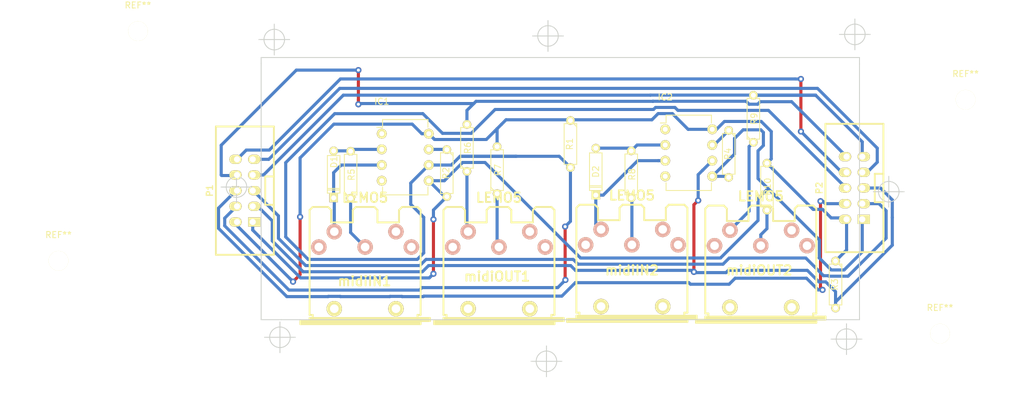
<source format=kicad_pcb>
(kicad_pcb (version 4) (host pcbnew 4.0.2-stable)

  (general
    (links 42)
    (no_connects 17)
    (area 14.750001 36.25 138.75 102.950001)
    (thickness 1.6)
    (drawings 20)
    (tracks 294)
    (zones 0)
    (modules 24)
    (nets 35)
  )

  (page A4)
  (layers
    (0 F.Cu signal)
    (31 B.Cu signal)
    (32 B.Adhes user)
    (33 F.Adhes user)
    (34 B.Paste user)
    (35 F.Paste user)
    (36 B.SilkS user)
    (37 F.SilkS user)
    (38 B.Mask user)
    (39 F.Mask user)
    (40 Dwgs.User user)
    (41 Cmts.User user)
    (42 Eco1.User user)
    (43 Eco2.User user)
    (44 Edge.Cuts user)
    (45 Margin user)
    (46 B.CrtYd user)
    (47 F.CrtYd user)
    (48 B.Fab user)
    (49 F.Fab user)
  )

  (setup
    (last_trace_width 0.5)
    (trace_clearance 0.5)
    (zone_clearance 0.508)
    (zone_45_only no)
    (trace_min 0.2)
    (segment_width 0.2)
    (edge_width 0.15)
    (via_size 1)
    (via_drill 0.5)
    (via_min_size 0.4)
    (via_min_drill 0.3)
    (uvia_size 0.3)
    (uvia_drill 0.1)
    (uvias_allowed no)
    (uvia_min_size 0.2)
    (uvia_min_drill 0.1)
    (pcb_text_width 0.3)
    (pcb_text_size 1.5 1.5)
    (mod_edge_width 0.15)
    (mod_text_size 1 1)
    (mod_text_width 0.15)
    (pad_size 3.2 3.2)
    (pad_drill 3.2)
    (pad_to_mask_clearance 0.2)
    (aux_axis_origin 0 0)
    (visible_elements 7FFFFFFF)
    (pcbplotparams
      (layerselection 0x01030_80000001)
      (usegerberextensions false)
      (excludeedgelayer true)
      (linewidth 0.100000)
      (plotframeref false)
      (viasonmask false)
      (mode 1)
      (useauxorigin false)
      (hpglpennumber 1)
      (hpglpenspeed 20)
      (hpglpendiameter 15)
      (hpglpenoverlay 2)
      (psnegative false)
      (psa4output false)
      (plotreference true)
      (plotvalue true)
      (plotinvisibletext false)
      (padsonsilk false)
      (subtractmaskfromsilk false)
      (outputformat 1)
      (mirror false)
      (drillshape 0)
      (scaleselection 1)
      (outputdirectory gerber/1/))
  )

  (net 0 "")
  (net 1 "Net-(D1-Pad1)")
  (net 2 "Net-(D1-Pad2)")
  (net 3 "Net-(D2-Pad1)")
  (net 4 "Net-(D2-Pad2)")
  (net 5 GND)
  (net 6 "Net-(IC1-Pad6)")
  (net 7 "Net-(IC1-Pad7)")
  (net 8 +5V)
  (net 9 "Net-(IC2-Pad6)")
  (net 10 "Net-(IC2-Pad7)")
  (net 11 "Net-(midiIN1-Pad3)")
  (net 12 "Net-(midiIN1-Pad4)")
  (net 13 "Net-(R5-Pad1)")
  (net 14 "Net-(midiIN1-Pad1)")
  (net 15 "Net-(midiIN2-Pad3)")
  (net 16 "Net-(midiIN2-Pad4)")
  (net 17 "Net-(R8-Pad1)")
  (net 18 "Net-(midiIN2-Pad1)")
  (net 19 "Net-(midiOUT1-Pad3)")
  (net 20 "Net-(midiOUT1-Pad4)")
  (net 21 "Net-(R7-Pad1)")
  (net 22 "Net-(midiOUT1-Pad1)")
  (net 23 "Net-(R6-Pad1)")
  (net 24 "Net-(midiOUT2-Pad3)")
  (net 25 "Net-(midiOUT2-Pad4)")
  (net 26 "Net-(R10-Pad1)")
  (net 27 "Net-(midiOUT2-Pad1)")
  (net 28 "Net-(R9-Pad1)")
  (net 29 "Net-(P1-Pad9)")
  (net 30 "Net-(P1-Pad10)")
  (net 31 "Net-(P1-Pad8)")
  (net 32 "Net-(P1-Pad7)")
  (net 33 "Net-(P1-Pad5)")
  (net 34 "Net-(P1-Pad6)")

  (net_class Default "Ceci est la Netclass par défaut"
    (clearance 0.5)
    (trace_width 0.5)
    (via_dia 1)
    (via_drill 0.5)
    (uvia_dia 0.3)
    (uvia_drill 0.1)
    (add_net +5V)
    (add_net GND)
    (add_net "Net-(D1-Pad1)")
    (add_net "Net-(D1-Pad2)")
    (add_net "Net-(D2-Pad1)")
    (add_net "Net-(D2-Pad2)")
    (add_net "Net-(IC1-Pad6)")
    (add_net "Net-(IC1-Pad7)")
    (add_net "Net-(IC2-Pad6)")
    (add_net "Net-(IC2-Pad7)")
    (add_net "Net-(P1-Pad10)")
    (add_net "Net-(P1-Pad5)")
    (add_net "Net-(P1-Pad6)")
    (add_net "Net-(P1-Pad7)")
    (add_net "Net-(P1-Pad8)")
    (add_net "Net-(P1-Pad9)")
    (add_net "Net-(R10-Pad1)")
    (add_net "Net-(R5-Pad1)")
    (add_net "Net-(R6-Pad1)")
    (add_net "Net-(R7-Pad1)")
    (add_net "Net-(R8-Pad1)")
    (add_net "Net-(R9-Pad1)")
    (add_net "Net-(midiIN1-Pad1)")
    (add_net "Net-(midiIN1-Pad3)")
    (add_net "Net-(midiIN1-Pad4)")
    (add_net "Net-(midiIN2-Pad1)")
    (add_net "Net-(midiIN2-Pad3)")
    (add_net "Net-(midiIN2-Pad4)")
    (add_net "Net-(midiOUT1-Pad1)")
    (add_net "Net-(midiOUT1-Pad3)")
    (add_net "Net-(midiOUT1-Pad4)")
    (add_net "Net-(midiOUT2-Pad1)")
    (add_net "Net-(midiOUT2-Pad3)")
    (add_net "Net-(midiOUT2-Pad4)")
  )

  (module Mounting_Holes:MountingHole_3.2mm_M3 (layer F.Cu) (tedit 56D1B4CB) (tstamp 5788AD37)
    (at 1.64 75.45)
    (descr "Mounting Hole 3.2mm, no annular, M3")
    (tags "mounting hole 3.2mm no annular m3")
    (fp_text reference REF** (at 0 -4.2) (layer F.SilkS)
      (effects (font (size 1 1) (thickness 0.15)))
    )
    (fp_text value MountingHole_3.2mm_M3 (at 0 4.2) (layer F.Fab)
      (effects (font (size 1 1) (thickness 0.15)))
    )
    (fp_circle (center 0 0) (end 3.2 0) (layer Cmts.User) (width 0.15))
    (fp_circle (center 0 0) (end 3.45 0) (layer F.CrtYd) (width 0.05))
    (pad 1 np_thru_hole circle (at 0 0) (size 3.2 3.2) (drill 3.2) (layers *.Cu *.Mask F.SilkS))
  )

  (module Mounting_Holes:MountingHole_3.2mm_M3 (layer F.Cu) (tedit 579A706D) (tstamp 5788AD36)
    (at 144.56 87.26)
    (descr "Mounting Hole 3.2mm, no annular, M3")
    (tags "mounting hole 3.2mm no annular m3")
    (fp_text reference REF** (at 0 -4.2) (layer F.SilkS)
      (effects (font (size 1 1) (thickness 0.15)))
    )
    (fp_text value MountingHole_3.2mm_M3 (at 0 4.2) (layer F.Fab)
      (effects (font (size 1 1) (thickness 0.15)))
    )
    (fp_circle (center 0 0) (end 3.2 0) (layer Cmts.User) (width 0.15))
    (fp_circle (center 0 0) (end 3.45 0) (layer F.CrtYd) (width 0.05))
    (pad "" np_thru_hole circle (at 0 0) (size 3.2 3.2) (drill 3.2) (layers *.Cu *.Mask F.SilkS))
  )

  (module Mounting_Holes:MountingHole_3.2mm_M3 (layer F.Cu) (tedit 56D1B4CB) (tstamp 5788AD35)
    (at 148.7 49.34)
    (descr "Mounting Hole 3.2mm, no annular, M3")
    (tags "mounting hole 3.2mm no annular m3")
    (fp_text reference REF** (at 0 -4.2) (layer F.SilkS)
      (effects (font (size 1 1) (thickness 0.15)))
    )
    (fp_text value MountingHole_3.2mm_M3 (at 0 4.2) (layer F.Fab)
      (effects (font (size 1 1) (thickness 0.15)))
    )
    (fp_circle (center 0 0) (end 3.2 0) (layer Cmts.User) (width 0.15))
    (fp_circle (center 0 0) (end 3.45 0) (layer F.CrtYd) (width 0.05))
    (pad 1 np_thru_hole circle (at 0 0) (size 3.2 3.2) (drill 3.2) (layers *.Cu *.Mask F.SilkS))
  )

  (module Mounting_Holes:MountingHole_3.2mm_M3 (layer F.Cu) (tedit 56D1B4CB) (tstamp 5788AD34)
    (at 14.52 38.22)
    (descr "Mounting Hole 3.2mm, no annular, M3")
    (tags "mounting hole 3.2mm no annular m3")
    (fp_text reference REF** (at 0 -4.2) (layer F.SilkS)
      (effects (font (size 1 1) (thickness 0.15)))
    )
    (fp_text value MountingHole_3.2mm_M3 (at 0 4.2) (layer F.Fab)
      (effects (font (size 1 1) (thickness 0.15)))
    )
    (fp_circle (center 0 0) (end 3.2 0) (layer Cmts.User) (width 0.15))
    (fp_circle (center 0 0) (end 3.45 0) (layer F.CrtYd) (width 0.05))
    (pad 1 np_thru_hole circle (at 0 0) (size 3.2 3.2) (drill 3.2) (layers *.Cu *.Mask F.SilkS))
  )

  (module Discret:D3 placed (layer F.Cu) (tedit 0) (tstamp 5788AA49)
    (at 46.25 61.44 270)
    (descr "Diode 3 pas")
    (tags "DIODE DEV")
    (path /5772D763)
    (fp_text reference D1 (at -2 -0.06 270) (layer F.SilkS)
      (effects (font (size 1 1) (thickness 0.15)))
    )
    (fp_text value 1N4148 (at 0 0 360) (layer F.Fab)
      (effects (font (size 1 1) (thickness 0.15)))
    )
    (fp_line (start 3.81 0) (end 3.048 0) (layer F.SilkS) (width 0.15))
    (fp_line (start 3.048 0) (end 3.048 -1.016) (layer F.SilkS) (width 0.15))
    (fp_line (start 3.048 -1.016) (end -3.048 -1.016) (layer F.SilkS) (width 0.15))
    (fp_line (start -3.048 -1.016) (end -3.048 0) (layer F.SilkS) (width 0.15))
    (fp_line (start -3.048 0) (end -3.81 0) (layer F.SilkS) (width 0.15))
    (fp_line (start -3.048 0) (end -3.048 1.016) (layer F.SilkS) (width 0.15))
    (fp_line (start -3.048 1.016) (end 3.048 1.016) (layer F.SilkS) (width 0.15))
    (fp_line (start 3.048 1.016) (end 3.048 0) (layer F.SilkS) (width 0.15))
    (fp_line (start 2.54 -1.016) (end 2.54 1.016) (layer F.SilkS) (width 0.15))
    (fp_line (start 2.286 1.016) (end 2.286 -1.016) (layer F.SilkS) (width 0.15))
    (pad 1 thru_hole rect (at 3.81 0 270) (size 1.397 1.397) (drill 0.8128) (layers *.Cu *.Mask F.SilkS)
      (net 1 "Net-(D1-Pad1)"))
    (pad 2 thru_hole circle (at -3.81 0 270) (size 1.397 1.397) (drill 0.8128) (layers *.Cu *.Mask F.SilkS)
      (net 2 "Net-(D1-Pad2)"))
    (model Discret.3dshapes/D3.wrl
      (at (xyz 0 0 0))
      (scale (xyz 0.3 0.3 0.3))
      (rotate (xyz 0 0 0))
    )
  )

  (module Discret:D3 placed (layer F.Cu) (tedit 0) (tstamp 5788AA4F)
    (at 88.75 61 270)
    (descr "Diode 3 pas")
    (tags "DIODE DEV")
    (path /5772D76E)
    (fp_text reference D2 (at 0 0 270) (layer F.SilkS)
      (effects (font (size 1 1) (thickness 0.15)))
    )
    (fp_text value 1N4148 (at 0 0 270) (layer F.Fab)
      (effects (font (size 1 1) (thickness 0.15)))
    )
    (fp_line (start 3.81 0) (end 3.048 0) (layer F.SilkS) (width 0.15))
    (fp_line (start 3.048 0) (end 3.048 -1.016) (layer F.SilkS) (width 0.15))
    (fp_line (start 3.048 -1.016) (end -3.048 -1.016) (layer F.SilkS) (width 0.15))
    (fp_line (start -3.048 -1.016) (end -3.048 0) (layer F.SilkS) (width 0.15))
    (fp_line (start -3.048 0) (end -3.81 0) (layer F.SilkS) (width 0.15))
    (fp_line (start -3.048 0) (end -3.048 1.016) (layer F.SilkS) (width 0.15))
    (fp_line (start -3.048 1.016) (end 3.048 1.016) (layer F.SilkS) (width 0.15))
    (fp_line (start 3.048 1.016) (end 3.048 0) (layer F.SilkS) (width 0.15))
    (fp_line (start 2.54 -1.016) (end 2.54 1.016) (layer F.SilkS) (width 0.15))
    (fp_line (start 2.286 1.016) (end 2.286 -1.016) (layer F.SilkS) (width 0.15))
    (pad 1 thru_hole rect (at 3.81 0 270) (size 1.397 1.397) (drill 0.8128) (layers *.Cu *.Mask F.SilkS)
      (net 3 "Net-(D2-Pad1)"))
    (pad 2 thru_hole circle (at -3.81 0 270) (size 1.397 1.397) (drill 0.8128) (layers *.Cu *.Mask F.SilkS)
      (net 4 "Net-(D2-Pad2)"))
    (model Discret.3dshapes/D3.wrl
      (at (xyz 0 0 0))
      (scale (xyz 0.3 0.3 0.3))
      (rotate (xyz 0 0 0))
    )
  )

  (module Housings_DIP:DIP-8_W7.62mm placed (layer F.Cu) (tedit 54130A77) (tstamp 5788AA5B)
    (at 54.05 54.85)
    (descr "8-lead dip package, row spacing 7.62 mm (300 mils)")
    (tags "dil dip 2.54 300")
    (path /5772D759)
    (fp_text reference IC1 (at 0 -5.22) (layer F.SilkS)
      (effects (font (size 1 1) (thickness 0.15)))
    )
    (fp_text value 6N138 (at 0 -3.72) (layer F.Fab)
      (effects (font (size 1 1) (thickness 0.15)))
    )
    (fp_line (start -1.05 -2.45) (end -1.05 10.1) (layer F.CrtYd) (width 0.05))
    (fp_line (start 8.65 -2.45) (end 8.65 10.1) (layer F.CrtYd) (width 0.05))
    (fp_line (start -1.05 -2.45) (end 8.65 -2.45) (layer F.CrtYd) (width 0.05))
    (fp_line (start -1.05 10.1) (end 8.65 10.1) (layer F.CrtYd) (width 0.05))
    (fp_line (start 0.135 -2.295) (end 0.135 -1.025) (layer F.SilkS) (width 0.15))
    (fp_line (start 7.485 -2.295) (end 7.485 -1.025) (layer F.SilkS) (width 0.15))
    (fp_line (start 7.485 9.915) (end 7.485 8.645) (layer F.SilkS) (width 0.15))
    (fp_line (start 0.135 9.915) (end 0.135 8.645) (layer F.SilkS) (width 0.15))
    (fp_line (start 0.135 -2.295) (end 7.485 -2.295) (layer F.SilkS) (width 0.15))
    (fp_line (start 0.135 9.915) (end 7.485 9.915) (layer F.SilkS) (width 0.15))
    (fp_line (start 0.135 -1.025) (end -0.8 -1.025) (layer F.SilkS) (width 0.15))
    (pad 1 thru_hole oval (at 0 0) (size 1.6 1.6) (drill 0.8) (layers *.Cu *.Mask F.SilkS))
    (pad 2 thru_hole oval (at 0 2.54) (size 1.6 1.6) (drill 0.8) (layers *.Cu *.Mask F.SilkS)
      (net 2 "Net-(D1-Pad2)"))
    (pad 3 thru_hole oval (at 0 5.08) (size 1.6 1.6) (drill 0.8) (layers *.Cu *.Mask F.SilkS)
      (net 1 "Net-(D1-Pad1)"))
    (pad 4 thru_hole oval (at 0 7.62) (size 1.6 1.6) (drill 0.8) (layers *.Cu *.Mask F.SilkS))
    (pad 5 thru_hole oval (at 7.62 7.62) (size 1.6 1.6) (drill 0.8) (layers *.Cu *.Mask F.SilkS)
      (net 5 GND))
    (pad 6 thru_hole oval (at 7.62 5.08) (size 1.6 1.6) (drill 0.8) (layers *.Cu *.Mask F.SilkS)
      (net 6 "Net-(IC1-Pad6)"))
    (pad 7 thru_hole oval (at 7.62 2.54) (size 1.6 1.6) (drill 0.8) (layers *.Cu *.Mask F.SilkS)
      (net 7 "Net-(IC1-Pad7)"))
    (pad 8 thru_hole oval (at 7.62 0) (size 1.6 1.6) (drill 0.8) (layers *.Cu *.Mask F.SilkS)
      (net 8 +5V))
    (model Housings_DIP.3dshapes/DIP-8_W7.62mm.wrl
      (at (xyz 0 0 0))
      (scale (xyz 1 1 1))
      (rotate (xyz 0 0 0))
    )
  )

  (module Housings_DIP:DIP-8_W7.62mm placed (layer F.Cu) (tedit 54130A77) (tstamp 5788AA67)
    (at 100.01 54.14)
    (descr "8-lead dip package, row spacing 7.62 mm (300 mils)")
    (tags "dil dip 2.54 300")
    (path /5772D766)
    (fp_text reference IC2 (at 0 -5.22) (layer F.SilkS)
      (effects (font (size 1 1) (thickness 0.15)))
    )
    (fp_text value 6N138 (at 0 -3.72) (layer F.Fab)
      (effects (font (size 1 1) (thickness 0.15)))
    )
    (fp_line (start -1.05 -2.45) (end -1.05 10.1) (layer F.CrtYd) (width 0.05))
    (fp_line (start 8.65 -2.45) (end 8.65 10.1) (layer F.CrtYd) (width 0.05))
    (fp_line (start -1.05 -2.45) (end 8.65 -2.45) (layer F.CrtYd) (width 0.05))
    (fp_line (start -1.05 10.1) (end 8.65 10.1) (layer F.CrtYd) (width 0.05))
    (fp_line (start 0.135 -2.295) (end 0.135 -1.025) (layer F.SilkS) (width 0.15))
    (fp_line (start 7.485 -2.295) (end 7.485 -1.025) (layer F.SilkS) (width 0.15))
    (fp_line (start 7.485 9.915) (end 7.485 8.645) (layer F.SilkS) (width 0.15))
    (fp_line (start 0.135 9.915) (end 0.135 8.645) (layer F.SilkS) (width 0.15))
    (fp_line (start 0.135 -2.295) (end 7.485 -2.295) (layer F.SilkS) (width 0.15))
    (fp_line (start 0.135 9.915) (end 7.485 9.915) (layer F.SilkS) (width 0.15))
    (fp_line (start 0.135 -1.025) (end -0.8 -1.025) (layer F.SilkS) (width 0.15))
    (pad 1 thru_hole oval (at 0 0) (size 1.6 1.6) (drill 0.8) (layers *.Cu *.Mask F.SilkS))
    (pad 2 thru_hole oval (at 0 2.54) (size 1.6 1.6) (drill 0.8) (layers *.Cu *.Mask F.SilkS)
      (net 4 "Net-(D2-Pad2)"))
    (pad 3 thru_hole oval (at 0 5.08) (size 1.6 1.6) (drill 0.8) (layers *.Cu *.Mask F.SilkS)
      (net 3 "Net-(D2-Pad1)"))
    (pad 4 thru_hole oval (at 0 7.62) (size 1.6 1.6) (drill 0.8) (layers *.Cu *.Mask F.SilkS))
    (pad 5 thru_hole oval (at 7.62 7.62) (size 1.6 1.6) (drill 0.8) (layers *.Cu *.Mask F.SilkS)
      (net 5 GND))
    (pad 6 thru_hole oval (at 7.62 5.08) (size 1.6 1.6) (drill 0.8) (layers *.Cu *.Mask F.SilkS)
      (net 9 "Net-(IC2-Pad6)"))
    (pad 7 thru_hole oval (at 7.62 2.54) (size 1.6 1.6) (drill 0.8) (layers *.Cu *.Mask F.SilkS)
      (net 10 "Net-(IC2-Pad7)"))
    (pad 8 thru_hole oval (at 7.62 0) (size 1.6 1.6) (drill 0.8) (layers *.Cu *.Mask F.SilkS)
      (net 8 +5V))
    (model Housings_DIP.3dshapes/DIP-8_W7.62mm.wrl
      (at (xyz 0 0 0))
      (scale (xyz 1 1 1))
      (rotate (xyz 0 0 0))
    )
  )

  (module w_conn_av:din-5 locked (layer F.Cu) (tedit 5788AD5A) (tstamp 5788AA72)
    (at 51.352761 76.22474)
    (descr "Din 5 (MIDI), Pro Signal P/N PSG03463")
    (path /5772D764)
    (fp_text reference midiIN1 (at -0.102761 2.52526) (layer F.SilkS)
      (effects (font (thickness 0.3048)))
    )
    (fp_text value LEMO5 (at 0 -11.00074) (layer F.SilkS)
      (effects (font (thickness 0.3048)))
    )
    (fp_line (start -8.99922 8.7503) (end 10.50036 8.7503) (layer F.SilkS) (width 0.3048))
    (fp_line (start 8.99922 8.99922) (end -8.99922 8.99922) (layer F.SilkS) (width 0.3048))
    (fp_line (start -10.50036 9.25068) (end 8.99922 9.25068) (layer F.SilkS) (width 0.3048))
    (fp_line (start -8.99922 -8.99922) (end -8.99922 8.001) (layer F.SilkS) (width 0.3048))
    (fp_line (start -8.99922 -8.99922) (end -8.49884 -9.4996) (layer F.SilkS) (width 0.3048))
    (fp_line (start -8.49884 -9.4996) (end -5.99948 -9.4996) (layer F.SilkS) (width 0.3048))
    (fp_line (start -5.99948 -9.4996) (end -5.4991 -8.99922) (layer F.SilkS) (width 0.3048))
    (fp_line (start -5.4991 -8.99922) (end -5.4991 -7.00024) (layer F.SilkS) (width 0.3048))
    (fp_line (start -5.4991 -7.00024) (end -1.99898 -7.00024) (layer F.SilkS) (width 0.3048))
    (fp_line (start 8.99922 -8.99922) (end 8.99922 8.001) (layer F.SilkS) (width 0.3048))
    (fp_line (start 8.99922 -8.99922) (end 8.49884 -9.4996) (layer F.SilkS) (width 0.3048))
    (fp_line (start 8.49884 -9.4996) (end 6.49986 -9.4996) (layer F.SilkS) (width 0.3048))
    (fp_line (start 6.49986 -9.4996) (end 5.99948 -9.4996) (layer F.SilkS) (width 0.3048))
    (fp_line (start 5.99948 -9.4996) (end 5.4991 -8.99922) (layer F.SilkS) (width 0.3048))
    (fp_line (start 5.4991 -8.99922) (end 5.4991 -7.00024) (layer F.SilkS) (width 0.3048))
    (fp_line (start 5.4991 -7.00024) (end 1.99898 -7.00024) (layer F.SilkS) (width 0.3048))
    (fp_line (start -1.50114 -9.4996) (end -1.99898 -8.99922) (layer F.SilkS) (width 0.3048))
    (fp_line (start -1.99898 -8.99922) (end -1.99898 -7.00024) (layer F.SilkS) (width 0.3048))
    (fp_line (start -1.50114 -9.4996) (end 1.50114 -9.4996) (layer F.SilkS) (width 0.3048))
    (fp_line (start 1.50114 -9.4996) (end 1.99898 -8.99922) (layer F.SilkS) (width 0.3048))
    (fp_line (start 1.99898 -8.99922) (end 1.99898 -7.00024) (layer F.SilkS) (width 0.3048))
    (fp_line (start 10.50036 8.99922) (end 8.99922 8.99922) (layer F.SilkS) (width 0.3048))
    (fp_line (start 8.99922 8.99922) (end 8.99922 9.4996) (layer F.SilkS) (width 0.3048))
    (fp_line (start 8.99922 9.4996) (end -10.50036 9.4996) (layer F.SilkS) (width 0.3048))
    (fp_line (start -10.50036 8.99922) (end -8.99922 8.99922) (layer F.SilkS) (width 0.3048))
    (fp_line (start -8.99922 8.99922) (end -8.99922 8.49884) (layer F.SilkS) (width 0.3048))
    (fp_line (start -8.99922 8.49884) (end 10.50036 8.49884) (layer F.SilkS) (width 0.3048))
    (fp_line (start 8.99922 8.001) (end 8.49884 8.001) (layer F.SilkS) (width 0.3048))
    (fp_line (start -8.99922 8.001) (end -8.49884 8.001) (layer F.SilkS) (width 0.3048))
    (fp_line (start 8.49884 8.49884) (end 8.49884 8.001) (layer F.SilkS) (width 0.3048))
    (fp_line (start -8.49884 8.001) (end -8.49884 8.49884) (layer F.SilkS) (width 0.3048))
    (fp_line (start -10.50036 9.4996) (end -10.50036 8.99922) (layer F.SilkS) (width 0.3048))
    (fp_line (start 10.50036 8.49884) (end 10.50036 8.99922) (layer F.SilkS) (width 0.3048))
    (pad 3 thru_hole circle (at -7.49808 -2.9972) (size 2.49936 2.49936) (drill 1.397) (layers *.Cu *.SilkS *.Mask)
      (net 11 "Net-(midiIN1-Pad3)"))
    (pad 4 thru_hole circle (at 4.99618 -5.4991) (size 2.49936 2.49936) (drill 1.397) (layers *.Cu *.SilkS *.Mask)
      (net 12 "Net-(midiIN1-Pad4)"))
    (pad 2 thru_hole circle (at 0 -2.99974) (size 2.49936 2.49936) (drill 1.397) (layers *.Cu *.SilkS *.Mask)
      (net 13 "Net-(R5-Pad1)"))
    (pad 1 thru_hole circle (at 7.49808 -2.9972) (size 2.49936 2.49936) (drill 1.397) (layers *.Cu *.SilkS *.Mask)
      (net 14 "Net-(midiIN1-Pad1)"))
    (pad 5 thru_hole circle (at -4.99618 -5.4991) (size 2.49936 2.49936) (drill 1.397) (layers *.Cu *.SilkS *.Mask)
      (net 1 "Net-(D1-Pad1)"))
    (pad "" np_thru_hole circle (at 5.00126 6.9977) (size 2.49936 2.49936) (drill 1.397) (layers *.Cu *.Mask F.SilkS))
    (pad "" np_thru_hole circle (at -5.00126 6.9977) (size 2.49936 2.49936) (drill 1.397) (layers *.Cu *.Mask F.SilkS))
    (model walter/conn_av/din-5.wrl
      (at (xyz 0 0 0))
      (scale (xyz 1 1 1))
      (rotate (xyz 0 0 0))
    )
  )

  (module w_conn_av:din-5 locked (layer F.Cu) (tedit 51C20EF5) (tstamp 5788AA7D)
    (at 94.602761 75.86474)
    (descr "Din 5 (MIDI), Pro Signal P/N PSG03463")
    (path /5772D76F)
    (fp_text reference midiIN2 (at 0 1.13526) (layer F.SilkS)
      (effects (font (thickness 0.3048)))
    )
    (fp_text value LEMO5 (at 0 -11.00074) (layer F.SilkS)
      (effects (font (thickness 0.3048)))
    )
    (fp_line (start -8.99922 8.7503) (end 10.50036 8.7503) (layer F.SilkS) (width 0.3048))
    (fp_line (start 8.99922 8.99922) (end -8.99922 8.99922) (layer F.SilkS) (width 0.3048))
    (fp_line (start -10.50036 9.25068) (end 8.99922 9.25068) (layer F.SilkS) (width 0.3048))
    (fp_line (start -8.99922 -8.99922) (end -8.99922 8.001) (layer F.SilkS) (width 0.3048))
    (fp_line (start -8.99922 -8.99922) (end -8.49884 -9.4996) (layer F.SilkS) (width 0.3048))
    (fp_line (start -8.49884 -9.4996) (end -5.99948 -9.4996) (layer F.SilkS) (width 0.3048))
    (fp_line (start -5.99948 -9.4996) (end -5.4991 -8.99922) (layer F.SilkS) (width 0.3048))
    (fp_line (start -5.4991 -8.99922) (end -5.4991 -7.00024) (layer F.SilkS) (width 0.3048))
    (fp_line (start -5.4991 -7.00024) (end -1.99898 -7.00024) (layer F.SilkS) (width 0.3048))
    (fp_line (start 8.99922 -8.99922) (end 8.99922 8.001) (layer F.SilkS) (width 0.3048))
    (fp_line (start 8.99922 -8.99922) (end 8.49884 -9.4996) (layer F.SilkS) (width 0.3048))
    (fp_line (start 8.49884 -9.4996) (end 6.49986 -9.4996) (layer F.SilkS) (width 0.3048))
    (fp_line (start 6.49986 -9.4996) (end 5.99948 -9.4996) (layer F.SilkS) (width 0.3048))
    (fp_line (start 5.99948 -9.4996) (end 5.4991 -8.99922) (layer F.SilkS) (width 0.3048))
    (fp_line (start 5.4991 -8.99922) (end 5.4991 -7.00024) (layer F.SilkS) (width 0.3048))
    (fp_line (start 5.4991 -7.00024) (end 1.99898 -7.00024) (layer F.SilkS) (width 0.3048))
    (fp_line (start -1.50114 -9.4996) (end -1.99898 -8.99922) (layer F.SilkS) (width 0.3048))
    (fp_line (start -1.99898 -8.99922) (end -1.99898 -7.00024) (layer F.SilkS) (width 0.3048))
    (fp_line (start -1.50114 -9.4996) (end 1.50114 -9.4996) (layer F.SilkS) (width 0.3048))
    (fp_line (start 1.50114 -9.4996) (end 1.99898 -8.99922) (layer F.SilkS) (width 0.3048))
    (fp_line (start 1.99898 -8.99922) (end 1.99898 -7.00024) (layer F.SilkS) (width 0.3048))
    (fp_line (start 10.50036 8.99922) (end 8.99922 8.99922) (layer F.SilkS) (width 0.3048))
    (fp_line (start 8.99922 8.99922) (end 8.99922 9.4996) (layer F.SilkS) (width 0.3048))
    (fp_line (start 8.99922 9.4996) (end -10.50036 9.4996) (layer F.SilkS) (width 0.3048))
    (fp_line (start -10.50036 8.99922) (end -8.99922 8.99922) (layer F.SilkS) (width 0.3048))
    (fp_line (start -8.99922 8.99922) (end -8.99922 8.49884) (layer F.SilkS) (width 0.3048))
    (fp_line (start -8.99922 8.49884) (end 10.50036 8.49884) (layer F.SilkS) (width 0.3048))
    (fp_line (start 8.99922 8.001) (end 8.49884 8.001) (layer F.SilkS) (width 0.3048))
    (fp_line (start -8.99922 8.001) (end -8.49884 8.001) (layer F.SilkS) (width 0.3048))
    (fp_line (start 8.49884 8.49884) (end 8.49884 8.001) (layer F.SilkS) (width 0.3048))
    (fp_line (start -8.49884 8.001) (end -8.49884 8.49884) (layer F.SilkS) (width 0.3048))
    (fp_line (start -10.50036 9.4996) (end -10.50036 8.99922) (layer F.SilkS) (width 0.3048))
    (fp_line (start 10.50036 8.49884) (end 10.50036 8.99922) (layer F.SilkS) (width 0.3048))
    (pad 3 thru_hole circle (at -7.49808 -2.9972) (size 2.49936 2.49936) (drill 1.397) (layers *.Cu *.SilkS *.Mask)
      (net 15 "Net-(midiIN2-Pad3)"))
    (pad 4 thru_hole circle (at 4.99618 -5.4991) (size 2.49936 2.49936) (drill 1.397) (layers *.Cu *.SilkS *.Mask)
      (net 16 "Net-(midiIN2-Pad4)"))
    (pad 2 thru_hole circle (at 0 -2.99974) (size 2.49936 2.49936) (drill 1.397) (layers *.Cu *.SilkS *.Mask)
      (net 17 "Net-(R8-Pad1)"))
    (pad 1 thru_hole circle (at 7.49808 -2.9972) (size 2.49936 2.49936) (drill 1.397) (layers *.Cu *.SilkS *.Mask)
      (net 18 "Net-(midiIN2-Pad1)"))
    (pad 5 thru_hole circle (at -4.99618 -5.4991) (size 2.49936 2.49936) (drill 1.397) (layers *.Cu *.SilkS *.Mask)
      (net 3 "Net-(D2-Pad1)"))
    (pad "" np_thru_hole circle (at 5.00126 6.9977) (size 2.49936 2.49936) (drill 1.397) (layers *.Cu *.Mask F.SilkS))
    (pad "" np_thru_hole circle (at -5.00126 6.9977) (size 2.49936 2.49936) (drill 1.397) (layers *.Cu *.Mask F.SilkS))
    (model walter/conn_av/din-5.wrl
      (at (xyz 0 0 0))
      (scale (xyz 1 1 1))
      (rotate (xyz 0 0 0))
    )
  )

  (module w_conn_av:din-5 locked (layer F.Cu) (tedit 51C20EF5) (tstamp 5788AA88)
    (at 73.052761 76.22474)
    (descr "Din 5 (MIDI), Pro Signal P/N PSG03463")
    (path /5772D771)
    (fp_text reference midiOUT1 (at -0.302761 1.77526) (layer F.SilkS)
      (effects (font (thickness 0.3048)))
    )
    (fp_text value LEMO5 (at 0 -11.00074) (layer F.SilkS)
      (effects (font (thickness 0.3048)))
    )
    (fp_line (start -8.99922 8.7503) (end 10.50036 8.7503) (layer F.SilkS) (width 0.3048))
    (fp_line (start 8.99922 8.99922) (end -8.99922 8.99922) (layer F.SilkS) (width 0.3048))
    (fp_line (start -10.50036 9.25068) (end 8.99922 9.25068) (layer F.SilkS) (width 0.3048))
    (fp_line (start -8.99922 -8.99922) (end -8.99922 8.001) (layer F.SilkS) (width 0.3048))
    (fp_line (start -8.99922 -8.99922) (end -8.49884 -9.4996) (layer F.SilkS) (width 0.3048))
    (fp_line (start -8.49884 -9.4996) (end -5.99948 -9.4996) (layer F.SilkS) (width 0.3048))
    (fp_line (start -5.99948 -9.4996) (end -5.4991 -8.99922) (layer F.SilkS) (width 0.3048))
    (fp_line (start -5.4991 -8.99922) (end -5.4991 -7.00024) (layer F.SilkS) (width 0.3048))
    (fp_line (start -5.4991 -7.00024) (end -1.99898 -7.00024) (layer F.SilkS) (width 0.3048))
    (fp_line (start 8.99922 -8.99922) (end 8.99922 8.001) (layer F.SilkS) (width 0.3048))
    (fp_line (start 8.99922 -8.99922) (end 8.49884 -9.4996) (layer F.SilkS) (width 0.3048))
    (fp_line (start 8.49884 -9.4996) (end 6.49986 -9.4996) (layer F.SilkS) (width 0.3048))
    (fp_line (start 6.49986 -9.4996) (end 5.99948 -9.4996) (layer F.SilkS) (width 0.3048))
    (fp_line (start 5.99948 -9.4996) (end 5.4991 -8.99922) (layer F.SilkS) (width 0.3048))
    (fp_line (start 5.4991 -8.99922) (end 5.4991 -7.00024) (layer F.SilkS) (width 0.3048))
    (fp_line (start 5.4991 -7.00024) (end 1.99898 -7.00024) (layer F.SilkS) (width 0.3048))
    (fp_line (start -1.50114 -9.4996) (end -1.99898 -8.99922) (layer F.SilkS) (width 0.3048))
    (fp_line (start -1.99898 -8.99922) (end -1.99898 -7.00024) (layer F.SilkS) (width 0.3048))
    (fp_line (start -1.50114 -9.4996) (end 1.50114 -9.4996) (layer F.SilkS) (width 0.3048))
    (fp_line (start 1.50114 -9.4996) (end 1.99898 -8.99922) (layer F.SilkS) (width 0.3048))
    (fp_line (start 1.99898 -8.99922) (end 1.99898 -7.00024) (layer F.SilkS) (width 0.3048))
    (fp_line (start 10.50036 8.99922) (end 8.99922 8.99922) (layer F.SilkS) (width 0.3048))
    (fp_line (start 8.99922 8.99922) (end 8.99922 9.4996) (layer F.SilkS) (width 0.3048))
    (fp_line (start 8.99922 9.4996) (end -10.50036 9.4996) (layer F.SilkS) (width 0.3048))
    (fp_line (start -10.50036 8.99922) (end -8.99922 8.99922) (layer F.SilkS) (width 0.3048))
    (fp_line (start -8.99922 8.99922) (end -8.99922 8.49884) (layer F.SilkS) (width 0.3048))
    (fp_line (start -8.99922 8.49884) (end 10.50036 8.49884) (layer F.SilkS) (width 0.3048))
    (fp_line (start 8.99922 8.001) (end 8.49884 8.001) (layer F.SilkS) (width 0.3048))
    (fp_line (start -8.99922 8.001) (end -8.49884 8.001) (layer F.SilkS) (width 0.3048))
    (fp_line (start 8.49884 8.49884) (end 8.49884 8.001) (layer F.SilkS) (width 0.3048))
    (fp_line (start -8.49884 8.001) (end -8.49884 8.49884) (layer F.SilkS) (width 0.3048))
    (fp_line (start -10.50036 9.4996) (end -10.50036 8.99922) (layer F.SilkS) (width 0.3048))
    (fp_line (start 10.50036 8.49884) (end 10.50036 8.99922) (layer F.SilkS) (width 0.3048))
    (pad 3 thru_hole circle (at -7.49808 -2.9972) (size 2.49936 2.49936) (drill 1.397) (layers *.Cu *.SilkS *.Mask)
      (net 19 "Net-(midiOUT1-Pad3)"))
    (pad 4 thru_hole circle (at 4.99618 -5.4991) (size 2.49936 2.49936) (drill 1.397) (layers *.Cu *.SilkS *.Mask)
      (net 20 "Net-(midiOUT1-Pad4)"))
    (pad 2 thru_hole circle (at 0 -2.99974) (size 2.49936 2.49936) (drill 1.397) (layers *.Cu *.SilkS *.Mask)
      (net 21 "Net-(R7-Pad1)"))
    (pad 1 thru_hole circle (at 7.49808 -2.9972) (size 2.49936 2.49936) (drill 1.397) (layers *.Cu *.SilkS *.Mask)
      (net 22 "Net-(midiOUT1-Pad1)"))
    (pad 5 thru_hole circle (at -4.99618 -5.4991) (size 2.49936 2.49936) (drill 1.397) (layers *.Cu *.SilkS *.Mask)
      (net 23 "Net-(R6-Pad1)"))
    (pad "" np_thru_hole circle (at 5.00126 6.9977) (size 2.49936 2.49936) (drill 1.397) (layers *.Cu *.Mask F.SilkS))
    (pad "" np_thru_hole circle (at -5.00126 6.9977) (size 2.49936 2.49936) (drill 1.397) (layers *.Cu *.Mask F.SilkS))
    (model walter/conn_av/din-5.wrl
      (at (xyz 0 0 0))
      (scale (xyz 1 1 1))
      (rotate (xyz 0 0 0))
    )
  )

  (module w_conn_av:din-5 locked (layer F.Cu) (tedit 51C20EF5) (tstamp 5788AA93)
    (at 115.5 76)
    (descr "Din 5 (MIDI), Pro Signal P/N PSG03463")
    (path /5772D778)
    (fp_text reference midiOUT2 (at -0.25 1) (layer F.SilkS)
      (effects (font (thickness 0.3048)))
    )
    (fp_text value LEMO5 (at 0 -11.00074) (layer F.SilkS)
      (effects (font (thickness 0.3048)))
    )
    (fp_line (start -8.99922 8.7503) (end 10.50036 8.7503) (layer F.SilkS) (width 0.3048))
    (fp_line (start 8.99922 8.99922) (end -8.99922 8.99922) (layer F.SilkS) (width 0.3048))
    (fp_line (start -10.50036 9.25068) (end 8.99922 9.25068) (layer F.SilkS) (width 0.3048))
    (fp_line (start -8.99922 -8.99922) (end -8.99922 8.001) (layer F.SilkS) (width 0.3048))
    (fp_line (start -8.99922 -8.99922) (end -8.49884 -9.4996) (layer F.SilkS) (width 0.3048))
    (fp_line (start -8.49884 -9.4996) (end -5.99948 -9.4996) (layer F.SilkS) (width 0.3048))
    (fp_line (start -5.99948 -9.4996) (end -5.4991 -8.99922) (layer F.SilkS) (width 0.3048))
    (fp_line (start -5.4991 -8.99922) (end -5.4991 -7.00024) (layer F.SilkS) (width 0.3048))
    (fp_line (start -5.4991 -7.00024) (end -1.99898 -7.00024) (layer F.SilkS) (width 0.3048))
    (fp_line (start 8.99922 -8.99922) (end 8.99922 8.001) (layer F.SilkS) (width 0.3048))
    (fp_line (start 8.99922 -8.99922) (end 8.49884 -9.4996) (layer F.SilkS) (width 0.3048))
    (fp_line (start 8.49884 -9.4996) (end 6.49986 -9.4996) (layer F.SilkS) (width 0.3048))
    (fp_line (start 6.49986 -9.4996) (end 5.99948 -9.4996) (layer F.SilkS) (width 0.3048))
    (fp_line (start 5.99948 -9.4996) (end 5.4991 -8.99922) (layer F.SilkS) (width 0.3048))
    (fp_line (start 5.4991 -8.99922) (end 5.4991 -7.00024) (layer F.SilkS) (width 0.3048))
    (fp_line (start 5.4991 -7.00024) (end 1.99898 -7.00024) (layer F.SilkS) (width 0.3048))
    (fp_line (start -1.50114 -9.4996) (end -1.99898 -8.99922) (layer F.SilkS) (width 0.3048))
    (fp_line (start -1.99898 -8.99922) (end -1.99898 -7.00024) (layer F.SilkS) (width 0.3048))
    (fp_line (start -1.50114 -9.4996) (end 1.50114 -9.4996) (layer F.SilkS) (width 0.3048))
    (fp_line (start 1.50114 -9.4996) (end 1.99898 -8.99922) (layer F.SilkS) (width 0.3048))
    (fp_line (start 1.99898 -8.99922) (end 1.99898 -7.00024) (layer F.SilkS) (width 0.3048))
    (fp_line (start 10.50036 8.99922) (end 8.99922 8.99922) (layer F.SilkS) (width 0.3048))
    (fp_line (start 8.99922 8.99922) (end 8.99922 9.4996) (layer F.SilkS) (width 0.3048))
    (fp_line (start 8.99922 9.4996) (end -10.50036 9.4996) (layer F.SilkS) (width 0.3048))
    (fp_line (start -10.50036 8.99922) (end -8.99922 8.99922) (layer F.SilkS) (width 0.3048))
    (fp_line (start -8.99922 8.99922) (end -8.99922 8.49884) (layer F.SilkS) (width 0.3048))
    (fp_line (start -8.99922 8.49884) (end 10.50036 8.49884) (layer F.SilkS) (width 0.3048))
    (fp_line (start 8.99922 8.001) (end 8.49884 8.001) (layer F.SilkS) (width 0.3048))
    (fp_line (start -8.99922 8.001) (end -8.49884 8.001) (layer F.SilkS) (width 0.3048))
    (fp_line (start 8.49884 8.49884) (end 8.49884 8.001) (layer F.SilkS) (width 0.3048))
    (fp_line (start -8.49884 8.001) (end -8.49884 8.49884) (layer F.SilkS) (width 0.3048))
    (fp_line (start -10.50036 9.4996) (end -10.50036 8.99922) (layer F.SilkS) (width 0.3048))
    (fp_line (start 10.50036 8.49884) (end 10.50036 8.99922) (layer F.SilkS) (width 0.3048))
    (pad 3 thru_hole circle (at -7.49808 -2.9972) (size 2.49936 2.49936) (drill 1.397) (layers *.Cu *.SilkS *.Mask)
      (net 24 "Net-(midiOUT2-Pad3)"))
    (pad 4 thru_hole circle (at 4.99618 -5.4991) (size 2.49936 2.49936) (drill 1.397) (layers *.Cu *.SilkS *.Mask)
      (net 25 "Net-(midiOUT2-Pad4)"))
    (pad 2 thru_hole circle (at 0 -2.99974) (size 2.49936 2.49936) (drill 1.397) (layers *.Cu *.SilkS *.Mask)
      (net 26 "Net-(R10-Pad1)"))
    (pad 1 thru_hole circle (at 7.49808 -2.9972) (size 2.49936 2.49936) (drill 1.397) (layers *.Cu *.SilkS *.Mask)
      (net 27 "Net-(midiOUT2-Pad1)"))
    (pad 5 thru_hole circle (at -4.99618 -5.4991) (size 2.49936 2.49936) (drill 1.397) (layers *.Cu *.SilkS *.Mask)
      (net 28 "Net-(R9-Pad1)"))
    (pad "" np_thru_hole circle (at 5.00126 6.9977) (size 2.49936 2.49936) (drill 1.397) (layers *.Cu *.Mask F.SilkS))
    (pad "" np_thru_hole circle (at -5.00126 6.9977) (size 2.49936 2.49936) (drill 1.397) (layers *.Cu *.Mask F.SilkS))
    (model walter/conn_av/din-5.wrl
      (at (xyz 0 0 0))
      (scale (xyz 1 1 1))
      (rotate (xyz 0 0 0))
    )
  )

  (module w_conn_strip:vasch_strip_5x2 placed (layer F.Cu) (tedit 53DE0503) (tstamp 5788AAA1)
    (at 31.86 64.08 90)
    (descr "Box header 5x2pin 2.54mm")
    (tags "CONN DEV")
    (path /5772E6F0)
    (fp_text reference P1 (at 0 -5.7 90) (layer F.SilkS)
      (effects (font (size 1 1) (thickness 0.2032)))
    )
    (fp_text value CONN_02X05 (at 0 5.7 90) (layer F.SilkS) hide
      (effects (font (size 1 1) (thickness 0.2032)))
    )
    (fp_line (start -10.4 4.7) (end 10.4 4.7) (layer F.SilkS) (width 0.3048))
    (fp_line (start 10.4 -4.7) (end -10.4 -4.7) (layer F.SilkS) (width 0.3048))
    (fp_line (start -10.4 -4.7) (end -10.4 4.7) (layer F.SilkS) (width 0.3048))
    (fp_line (start 10.4 -4.7) (end 10.4 4.7) (layer F.SilkS) (width 0.3048))
    (fp_line (start 2.3 4.7) (end 2.3 3.3) (layer F.SilkS) (width 0.29972))
    (fp_line (start 2.3 3.3) (end -2.3 3.3) (layer F.SilkS) (width 0.29972))
    (fp_line (start -2.3 3.3) (end -2.3 4.7) (layer F.SilkS) (width 0.29972))
    (pad 9 thru_hole oval (at 5.08 1.27 90) (size 1.5 2) (drill 1 (offset 0 0.25)) (layers *.Cu *.Mask F.SilkS)
      (net 29 "Net-(P1-Pad9)"))
    (pad 10 thru_hole oval (at 5.08 -1.27 90) (size 1.5 2) (drill 1 (offset 0 -0.25)) (layers *.Cu *.Mask F.SilkS)
      (net 30 "Net-(P1-Pad10)"))
    (pad 8 thru_hole oval (at 2.54 -1.27 90) (size 1.5 2) (drill 1 (offset 0 -0.25)) (layers *.Cu *.Mask F.SilkS)
      (net 31 "Net-(P1-Pad8)"))
    (pad 7 thru_hole oval (at 2.54 1.27 90) (size 1.5 2) (drill 1 (offset 0 0.25)) (layers *.Cu *.Mask F.SilkS)
      (net 32 "Net-(P1-Pad7)"))
    (pad 1 thru_hole rect (at -5.08 1.27 90) (size 1.5 2) (drill 1 (offset 0 0.25)) (layers *.Cu *.Mask F.SilkS)
      (net 5 GND))
    (pad 2 thru_hole oval (at -5.08 -1.27 90) (size 1.5 2) (drill 1 (offset 0 -0.25)) (layers *.Cu *.Mask F.SilkS)
      (net 8 +5V))
    (pad 3 thru_hole oval (at -2.54 1.27 90) (size 1.5 2) (drill 1 (offset 0 0.25)) (layers *.Cu *.Mask F.SilkS)
      (net 9 "Net-(IC2-Pad6)"))
    (pad 4 thru_hole oval (at -2.54 -1.27 90) (size 1.5 2) (drill 1 (offset 0 -0.25)) (layers *.Cu *.Mask F.SilkS)
      (net 6 "Net-(IC1-Pad6)"))
    (pad 5 thru_hole oval (at 0 1.27 90) (size 1.5 2) (drill 1 (offset 0 0.25)) (layers *.Cu *.Mask F.SilkS)
      (net 33 "Net-(P1-Pad5)"))
    (pad 6 thru_hole oval (at 0 -1.27 90) (size 1.5 2) (drill 1 (offset 0 -0.25)) (layers *.Cu *.Mask F.SilkS)
      (net 34 "Net-(P1-Pad6)"))
    (model walter/conn_strip/vasch_strip_5x2.wrl
      (at (xyz 0 0 0))
      (scale (xyz 1 1 1))
      (rotate (xyz 0 0 0))
    )
  )

  (module w_conn_strip:vasch_strip_5x2 placed (layer F.Cu) (tedit 53DE0503) (tstamp 5788AAAF)
    (at 130.68 63.65 90)
    (descr "Box header 5x2pin 2.54mm")
    (tags "CONN DEV")
    (path /5772EB15)
    (fp_text reference P2 (at 0 -5.7 90) (layer F.SilkS)
      (effects (font (size 1 1) (thickness 0.2032)))
    )
    (fp_text value CONN_02X05 (at 0 5.7 90) (layer F.SilkS) hide
      (effects (font (size 1 1) (thickness 0.2032)))
    )
    (fp_line (start -10.4 4.7) (end 10.4 4.7) (layer F.SilkS) (width 0.3048))
    (fp_line (start 10.4 -4.7) (end -10.4 -4.7) (layer F.SilkS) (width 0.3048))
    (fp_line (start -10.4 -4.7) (end -10.4 4.7) (layer F.SilkS) (width 0.3048))
    (fp_line (start 10.4 -4.7) (end 10.4 4.7) (layer F.SilkS) (width 0.3048))
    (fp_line (start 2.3 4.7) (end 2.3 3.3) (layer F.SilkS) (width 0.29972))
    (fp_line (start 2.3 3.3) (end -2.3 3.3) (layer F.SilkS) (width 0.29972))
    (fp_line (start -2.3 3.3) (end -2.3 4.7) (layer F.SilkS) (width 0.29972))
    (pad 9 thru_hole oval (at 5.08 1.27 90) (size 1.5 2) (drill 1 (offset 0 0.25)) (layers *.Cu *.Mask F.SilkS)
      (net 32 "Net-(P1-Pad7)"))
    (pad 10 thru_hole oval (at 5.08 -1.27 90) (size 1.5 2) (drill 1 (offset 0 -0.25)) (layers *.Cu *.Mask F.SilkS)
      (net 31 "Net-(P1-Pad8)"))
    (pad 8 thru_hole oval (at 2.54 -1.27 90) (size 1.5 2) (drill 1 (offset 0 -0.25)) (layers *.Cu *.Mask F.SilkS)
      (net 30 "Net-(P1-Pad10)"))
    (pad 7 thru_hole oval (at 2.54 1.27 90) (size 1.5 2) (drill 1 (offset 0 0.25)) (layers *.Cu *.Mask F.SilkS)
      (net 29 "Net-(P1-Pad9)"))
    (pad 1 thru_hole rect (at -5.08 1.27 90) (size 1.5 2) (drill 1 (offset 0 0.25)) (layers *.Cu *.Mask F.SilkS)
      (net 5 GND))
    (pad 2 thru_hole oval (at -5.08 -1.27 90) (size 1.5 2) (drill 1 (offset 0 -0.25)) (layers *.Cu *.Mask F.SilkS)
      (net 8 +5V))
    (pad 3 thru_hole oval (at -2.54 1.27 90) (size 1.5 2) (drill 1 (offset 0 0.25)) (layers *.Cu *.Mask F.SilkS)
      (net 33 "Net-(P1-Pad5)"))
    (pad 4 thru_hole oval (at -2.54 -1.27 90) (size 1.5 2) (drill 1 (offset 0 -0.25)) (layers *.Cu *.Mask F.SilkS)
      (net 34 "Net-(P1-Pad6)"))
    (pad 5 thru_hole oval (at 0 1.27 90) (size 1.5 2) (drill 1 (offset 0 0.25)) (layers *.Cu *.Mask F.SilkS)
      (net 9 "Net-(IC2-Pad6)"))
    (pad 6 thru_hole oval (at 0 -1.27 90) (size 1.5 2) (drill 1 (offset 0 -0.25)) (layers *.Cu *.Mask F.SilkS)
      (net 6 "Net-(IC1-Pad6)"))
    (model walter/conn_strip/vasch_strip_5x2.wrl
      (at (xyz 0 0 0))
      (scale (xyz 1 1 1))
      (rotate (xyz 0 0 0))
    )
  )

  (module Discret:R3 placed (layer F.Cu) (tedit 0) (tstamp 5788AAB5)
    (at 84.64 56.52 270)
    (descr "Resitance 3 pas")
    (tags R)
    (path /5772D75B)
    (fp_text reference R1 (at 0 0.127 270) (layer F.SilkS)
      (effects (font (size 1 1) (thickness 0.15)))
    )
    (fp_text value R (at 0 0.127 270) (layer F.Fab)
      (effects (font (size 1 1) (thickness 0.15)))
    )
    (fp_line (start -3.81 0) (end -3.302 0) (layer F.SilkS) (width 0.15))
    (fp_line (start 3.81 0) (end 3.302 0) (layer F.SilkS) (width 0.15))
    (fp_line (start 3.302 0) (end 3.302 -1.016) (layer F.SilkS) (width 0.15))
    (fp_line (start 3.302 -1.016) (end -3.302 -1.016) (layer F.SilkS) (width 0.15))
    (fp_line (start -3.302 -1.016) (end -3.302 1.016) (layer F.SilkS) (width 0.15))
    (fp_line (start -3.302 1.016) (end 3.302 1.016) (layer F.SilkS) (width 0.15))
    (fp_line (start 3.302 1.016) (end 3.302 0) (layer F.SilkS) (width 0.15))
    (fp_line (start -3.302 -0.508) (end -2.794 -1.016) (layer F.SilkS) (width 0.15))
    (pad 1 thru_hole circle (at -3.81 0 270) (size 1.397 1.397) (drill 0.8128) (layers *.Cu *.Mask F.SilkS)
      (net 8 +5V))
    (pad 2 thru_hole circle (at 3.81 0 270) (size 1.397 1.397) (drill 0.8128) (layers *.Cu *.Mask F.SilkS)
      (net 6 "Net-(IC1-Pad6)"))
    (model Discret.3dshapes/R3.wrl
      (at (xyz 0 0 0))
      (scale (xyz 0.3 0.3 0.3))
      (rotate (xyz 0 0 0))
    )
  )

  (module Discret:R3 placed (layer F.Cu) (tedit 0) (tstamp 5788AABB)
    (at 64.6 61.24 270)
    (descr "Resitance 3 pas")
    (tags R)
    (path /5772D75A)
    (fp_text reference R2 (at 0 0.127 270) (layer F.SilkS)
      (effects (font (size 1 1) (thickness 0.15)))
    )
    (fp_text value R (at 0 0.127 270) (layer F.Fab)
      (effects (font (size 1 1) (thickness 0.15)))
    )
    (fp_line (start -3.81 0) (end -3.302 0) (layer F.SilkS) (width 0.15))
    (fp_line (start 3.81 0) (end 3.302 0) (layer F.SilkS) (width 0.15))
    (fp_line (start 3.302 0) (end 3.302 -1.016) (layer F.SilkS) (width 0.15))
    (fp_line (start 3.302 -1.016) (end -3.302 -1.016) (layer F.SilkS) (width 0.15))
    (fp_line (start -3.302 -1.016) (end -3.302 1.016) (layer F.SilkS) (width 0.15))
    (fp_line (start -3.302 1.016) (end 3.302 1.016) (layer F.SilkS) (width 0.15))
    (fp_line (start 3.302 1.016) (end 3.302 0) (layer F.SilkS) (width 0.15))
    (fp_line (start -3.302 -0.508) (end -2.794 -1.016) (layer F.SilkS) (width 0.15))
    (pad 1 thru_hole circle (at -3.81 0 270) (size 1.397 1.397) (drill 0.8128) (layers *.Cu *.Mask F.SilkS)
      (net 7 "Net-(IC1-Pad7)"))
    (pad 2 thru_hole circle (at 3.81 0 270) (size 1.397 1.397) (drill 0.8128) (layers *.Cu *.Mask F.SilkS)
      (net 5 GND))
    (model Discret.3dshapes/R3.wrl
      (at (xyz 0 0 0))
      (scale (xyz 0.3 0.3 0.3))
      (rotate (xyz 0 0 0))
    )
  )

  (module Discret:R3 placed (layer F.Cu) (tedit 0) (tstamp 5788AAC1)
    (at 127.62 79.3 270)
    (descr "Resitance 3 pas")
    (tags R)
    (path /5772D768)
    (fp_text reference R3 (at 0 0.127 270) (layer F.SilkS)
      (effects (font (size 1 1) (thickness 0.15)))
    )
    (fp_text value R (at 0 0.127 270) (layer F.Fab)
      (effects (font (size 1 1) (thickness 0.15)))
    )
    (fp_line (start -3.81 0) (end -3.302 0) (layer F.SilkS) (width 0.15))
    (fp_line (start 3.81 0) (end 3.302 0) (layer F.SilkS) (width 0.15))
    (fp_line (start 3.302 0) (end 3.302 -1.016) (layer F.SilkS) (width 0.15))
    (fp_line (start 3.302 -1.016) (end -3.302 -1.016) (layer F.SilkS) (width 0.15))
    (fp_line (start -3.302 -1.016) (end -3.302 1.016) (layer F.SilkS) (width 0.15))
    (fp_line (start -3.302 1.016) (end 3.302 1.016) (layer F.SilkS) (width 0.15))
    (fp_line (start 3.302 1.016) (end 3.302 0) (layer F.SilkS) (width 0.15))
    (fp_line (start -3.302 -0.508) (end -2.794 -1.016) (layer F.SilkS) (width 0.15))
    (pad 1 thru_hole circle (at -3.81 0 270) (size 1.397 1.397) (drill 0.8128) (layers *.Cu *.Mask F.SilkS)
      (net 8 +5V))
    (pad 2 thru_hole circle (at 3.81 0 270) (size 1.397 1.397) (drill 0.8128) (layers *.Cu *.Mask F.SilkS)
      (net 9 "Net-(IC2-Pad6)"))
    (model Discret.3dshapes/R3.wrl
      (at (xyz 0 0 0))
      (scale (xyz 0.3 0.3 0.3))
      (rotate (xyz 0 0 0))
    )
  )

  (module Discret:R3 placed (layer F.Cu) (tedit 0) (tstamp 5788AAC7)
    (at 110.3 58.12 270)
    (descr "Resitance 3 pas")
    (tags R)
    (path /5772D767)
    (fp_text reference R4 (at 0 0.127 270) (layer F.SilkS)
      (effects (font (size 1 1) (thickness 0.15)))
    )
    (fp_text value R (at 0 0.127 270) (layer F.Fab)
      (effects (font (size 1 1) (thickness 0.15)))
    )
    (fp_line (start -3.81 0) (end -3.302 0) (layer F.SilkS) (width 0.15))
    (fp_line (start 3.81 0) (end 3.302 0) (layer F.SilkS) (width 0.15))
    (fp_line (start 3.302 0) (end 3.302 -1.016) (layer F.SilkS) (width 0.15))
    (fp_line (start 3.302 -1.016) (end -3.302 -1.016) (layer F.SilkS) (width 0.15))
    (fp_line (start -3.302 -1.016) (end -3.302 1.016) (layer F.SilkS) (width 0.15))
    (fp_line (start -3.302 1.016) (end 3.302 1.016) (layer F.SilkS) (width 0.15))
    (fp_line (start 3.302 1.016) (end 3.302 0) (layer F.SilkS) (width 0.15))
    (fp_line (start -3.302 -0.508) (end -2.794 -1.016) (layer F.SilkS) (width 0.15))
    (pad 1 thru_hole circle (at -3.81 0 270) (size 1.397 1.397) (drill 0.8128) (layers *.Cu *.Mask F.SilkS)
      (net 10 "Net-(IC2-Pad7)"))
    (pad 2 thru_hole circle (at 3.81 0 270) (size 1.397 1.397) (drill 0.8128) (layers *.Cu *.Mask F.SilkS)
      (net 5 GND))
    (model Discret.3dshapes/R3.wrl
      (at (xyz 0 0 0))
      (scale (xyz 0.3 0.3 0.3))
      (rotate (xyz 0 0 0))
    )
  )

  (module Discret:R3 placed (layer F.Cu) (tedit 0) (tstamp 5788AACD)
    (at 49 61.5 90)
    (descr "Resitance 3 pas")
    (tags R)
    (path /5772D762)
    (fp_text reference R5 (at 0 0.127 90) (layer F.SilkS)
      (effects (font (size 1 1) (thickness 0.15)))
    )
    (fp_text value R (at 0 0.127 90) (layer F.Fab)
      (effects (font (size 1 1) (thickness 0.15)))
    )
    (fp_line (start -3.81 0) (end -3.302 0) (layer F.SilkS) (width 0.15))
    (fp_line (start 3.81 0) (end 3.302 0) (layer F.SilkS) (width 0.15))
    (fp_line (start 3.302 0) (end 3.302 -1.016) (layer F.SilkS) (width 0.15))
    (fp_line (start 3.302 -1.016) (end -3.302 -1.016) (layer F.SilkS) (width 0.15))
    (fp_line (start -3.302 -1.016) (end -3.302 1.016) (layer F.SilkS) (width 0.15))
    (fp_line (start -3.302 1.016) (end 3.302 1.016) (layer F.SilkS) (width 0.15))
    (fp_line (start 3.302 1.016) (end 3.302 0) (layer F.SilkS) (width 0.15))
    (fp_line (start -3.302 -0.508) (end -2.794 -1.016) (layer F.SilkS) (width 0.15))
    (pad 1 thru_hole circle (at -3.81 0 90) (size 1.397 1.397) (drill 0.8128) (layers *.Cu *.Mask F.SilkS)
      (net 13 "Net-(R5-Pad1)"))
    (pad 2 thru_hole circle (at 3.81 0 90) (size 1.397 1.397) (drill 0.8128) (layers *.Cu *.Mask F.SilkS)
      (net 2 "Net-(D1-Pad2)"))
    (model Discret.3dshapes/R3.wrl
      (at (xyz 0 0 0))
      (scale (xyz 0.3 0.3 0.3))
      (rotate (xyz 0 0 0))
    )
  )

  (module Discret:R3 placed (layer F.Cu) (tedit 0) (tstamp 5788AAD3)
    (at 67.86 57.15 90)
    (descr "Resitance 3 pas")
    (tags R)
    (path /5772D772)
    (fp_text reference R6 (at 0 0.127 90) (layer F.SilkS)
      (effects (font (size 1 1) (thickness 0.15)))
    )
    (fp_text value R (at 0 0.127 90) (layer F.Fab)
      (effects (font (size 1 1) (thickness 0.15)))
    )
    (fp_line (start -3.81 0) (end -3.302 0) (layer F.SilkS) (width 0.15))
    (fp_line (start 3.81 0) (end 3.302 0) (layer F.SilkS) (width 0.15))
    (fp_line (start 3.302 0) (end 3.302 -1.016) (layer F.SilkS) (width 0.15))
    (fp_line (start 3.302 -1.016) (end -3.302 -1.016) (layer F.SilkS) (width 0.15))
    (fp_line (start -3.302 -1.016) (end -3.302 1.016) (layer F.SilkS) (width 0.15))
    (fp_line (start -3.302 1.016) (end 3.302 1.016) (layer F.SilkS) (width 0.15))
    (fp_line (start 3.302 1.016) (end 3.302 0) (layer F.SilkS) (width 0.15))
    (fp_line (start -3.302 -0.508) (end -2.794 -1.016) (layer F.SilkS) (width 0.15))
    (pad 1 thru_hole circle (at -3.81 0 90) (size 1.397 1.397) (drill 0.8128) (layers *.Cu *.Mask F.SilkS)
      (net 23 "Net-(R6-Pad1)"))
    (pad 2 thru_hole circle (at 3.81 0 90) (size 1.397 1.397) (drill 0.8128) (layers *.Cu *.Mask F.SilkS)
      (net 31 "Net-(P1-Pad8)"))
    (model Discret.3dshapes/R3.wrl
      (at (xyz 0 0 0))
      (scale (xyz 0.3 0.3 0.3))
      (rotate (xyz 0 0 0))
    )
  )

  (module Discret:R3 placed (layer F.Cu) (tedit 0) (tstamp 5788AAD9)
    (at 72.75 60.75 90)
    (descr "Resitance 3 pas")
    (tags R)
    (path /5772D770)
    (fp_text reference R7 (at 0 0.127 90) (layer F.SilkS)
      (effects (font (size 1 1) (thickness 0.15)))
    )
    (fp_text value R (at 0 0.127 90) (layer F.Fab)
      (effects (font (size 1 1) (thickness 0.15)))
    )
    (fp_line (start -3.81 0) (end -3.302 0) (layer F.SilkS) (width 0.15))
    (fp_line (start 3.81 0) (end 3.302 0) (layer F.SilkS) (width 0.15))
    (fp_line (start 3.302 0) (end 3.302 -1.016) (layer F.SilkS) (width 0.15))
    (fp_line (start 3.302 -1.016) (end -3.302 -1.016) (layer F.SilkS) (width 0.15))
    (fp_line (start -3.302 -1.016) (end -3.302 1.016) (layer F.SilkS) (width 0.15))
    (fp_line (start -3.302 1.016) (end 3.302 1.016) (layer F.SilkS) (width 0.15))
    (fp_line (start 3.302 1.016) (end 3.302 0) (layer F.SilkS) (width 0.15))
    (fp_line (start -3.302 -0.508) (end -2.794 -1.016) (layer F.SilkS) (width 0.15))
    (pad 1 thru_hole circle (at -3.81 0 90) (size 1.397 1.397) (drill 0.8128) (layers *.Cu *.Mask F.SilkS)
      (net 21 "Net-(R7-Pad1)"))
    (pad 2 thru_hole circle (at 3.81 0 90) (size 1.397 1.397) (drill 0.8128) (layers *.Cu *.Mask F.SilkS)
      (net 8 +5V))
    (model Discret.3dshapes/R3.wrl
      (at (xyz 0 0 0))
      (scale (xyz 0.3 0.3 0.3))
      (rotate (xyz 0 0 0))
    )
  )

  (module Discret:R3 placed (layer F.Cu) (tedit 0) (tstamp 5788AADF)
    (at 94.5 61.44 90)
    (descr "Resitance 3 pas")
    (tags R)
    (path /5772D76D)
    (fp_text reference R8 (at 0 0.127 90) (layer F.SilkS)
      (effects (font (size 1 1) (thickness 0.15)))
    )
    (fp_text value R (at 0 0.127 90) (layer F.Fab)
      (effects (font (size 1 1) (thickness 0.15)))
    )
    (fp_line (start -3.81 0) (end -3.302 0) (layer F.SilkS) (width 0.15))
    (fp_line (start 3.81 0) (end 3.302 0) (layer F.SilkS) (width 0.15))
    (fp_line (start 3.302 0) (end 3.302 -1.016) (layer F.SilkS) (width 0.15))
    (fp_line (start 3.302 -1.016) (end -3.302 -1.016) (layer F.SilkS) (width 0.15))
    (fp_line (start -3.302 -1.016) (end -3.302 1.016) (layer F.SilkS) (width 0.15))
    (fp_line (start -3.302 1.016) (end 3.302 1.016) (layer F.SilkS) (width 0.15))
    (fp_line (start 3.302 1.016) (end 3.302 0) (layer F.SilkS) (width 0.15))
    (fp_line (start -3.302 -0.508) (end -2.794 -1.016) (layer F.SilkS) (width 0.15))
    (pad 1 thru_hole circle (at -3.81 0 90) (size 1.397 1.397) (drill 0.8128) (layers *.Cu *.Mask F.SilkS)
      (net 17 "Net-(R8-Pad1)"))
    (pad 2 thru_hole circle (at 3.81 0 90) (size 1.397 1.397) (drill 0.8128) (layers *.Cu *.Mask F.SilkS)
      (net 4 "Net-(D2-Pad2)"))
    (model Discret.3dshapes/R3.wrl
      (at (xyz 0 0 0))
      (scale (xyz 0.3 0.3 0.3))
      (rotate (xyz 0 0 0))
    )
  )

  (module Discret:R3 placed (layer F.Cu) (tedit 0) (tstamp 5788AAE5)
    (at 114.3 52.43 90)
    (descr "Resitance 3 pas")
    (tags R)
    (path /5772D779)
    (fp_text reference R9 (at 0 0.127 90) (layer F.SilkS)
      (effects (font (size 1 1) (thickness 0.15)))
    )
    (fp_text value R (at 0 0.127 90) (layer F.Fab)
      (effects (font (size 1 1) (thickness 0.15)))
    )
    (fp_line (start -3.81 0) (end -3.302 0) (layer F.SilkS) (width 0.15))
    (fp_line (start 3.81 0) (end 3.302 0) (layer F.SilkS) (width 0.15))
    (fp_line (start 3.302 0) (end 3.302 -1.016) (layer F.SilkS) (width 0.15))
    (fp_line (start 3.302 -1.016) (end -3.302 -1.016) (layer F.SilkS) (width 0.15))
    (fp_line (start -3.302 -1.016) (end -3.302 1.016) (layer F.SilkS) (width 0.15))
    (fp_line (start -3.302 1.016) (end 3.302 1.016) (layer F.SilkS) (width 0.15))
    (fp_line (start 3.302 1.016) (end 3.302 0) (layer F.SilkS) (width 0.15))
    (fp_line (start -3.302 -0.508) (end -2.794 -1.016) (layer F.SilkS) (width 0.15))
    (pad 1 thru_hole circle (at -3.81 0 90) (size 1.397 1.397) (drill 0.8128) (layers *.Cu *.Mask F.SilkS)
      (net 28 "Net-(R9-Pad1)"))
    (pad 2 thru_hole circle (at 3.81 0 90) (size 1.397 1.397) (drill 0.8128) (layers *.Cu *.Mask F.SilkS)
      (net 32 "Net-(P1-Pad7)"))
    (model Discret.3dshapes/R3.wrl
      (at (xyz 0 0 0))
      (scale (xyz 0.3 0.3 0.3))
      (rotate (xyz 0 0 0))
    )
  )

  (module Discret:R3 placed (layer F.Cu) (tedit 0) (tstamp 5788AAEB)
    (at 116.5 63.44 90)
    (descr "Resitance 3 pas")
    (tags R)
    (path /5772D777)
    (fp_text reference R10 (at 0 0.127 90) (layer F.SilkS)
      (effects (font (size 1 1) (thickness 0.15)))
    )
    (fp_text value R (at 0 0.127 90) (layer F.Fab)
      (effects (font (size 1 1) (thickness 0.15)))
    )
    (fp_line (start -3.81 0) (end -3.302 0) (layer F.SilkS) (width 0.15))
    (fp_line (start 3.81 0) (end 3.302 0) (layer F.SilkS) (width 0.15))
    (fp_line (start 3.302 0) (end 3.302 -1.016) (layer F.SilkS) (width 0.15))
    (fp_line (start 3.302 -1.016) (end -3.302 -1.016) (layer F.SilkS) (width 0.15))
    (fp_line (start -3.302 -1.016) (end -3.302 1.016) (layer F.SilkS) (width 0.15))
    (fp_line (start -3.302 1.016) (end 3.302 1.016) (layer F.SilkS) (width 0.15))
    (fp_line (start 3.302 1.016) (end 3.302 0) (layer F.SilkS) (width 0.15))
    (fp_line (start -3.302 -0.508) (end -2.794 -1.016) (layer F.SilkS) (width 0.15))
    (pad 1 thru_hole circle (at -3.81 0 90) (size 1.397 1.397) (drill 0.8128) (layers *.Cu *.Mask F.SilkS)
      (net 26 "Net-(R10-Pad1)"))
    (pad 2 thru_hole circle (at 3.81 0 90) (size 1.397 1.397) (drill 0.8128) (layers *.Cu *.Mask F.SilkS)
      (net 8 +5V))
    (model Discret.3dshapes/R3.wrl
      (at (xyz 0 0 0))
      (scale (xyz 0.3 0.3 0.3))
      (rotate (xyz 0 0 0))
    )
  )

  (dimension 42.5 (width 0.3) (layer Dwgs.User)
    (gr_text "42,500 mm" (at 21.4 63.75 90) (layer Dwgs.User)
      (effects (font (size 1.5 1.5) (thickness 0.3)))
    )
    (feature1 (pts (xy 34.25 42.5) (xy 20.05 42.5)))
    (feature2 (pts (xy 34.25 85) (xy 20.05 85)))
    (crossbar (pts (xy 22.75 85) (xy 22.75 42.5)))
    (arrow1a (pts (xy 22.75 42.5) (xy 23.336421 43.626504)))
    (arrow1b (pts (xy 22.75 42.5) (xy 22.163579 43.626504)))
    (arrow2a (pts (xy 22.75 85) (xy 23.336421 83.873496)))
    (arrow2b (pts (xy 22.75 85) (xy 22.163579 83.873496)))
  )
  (dimension 97 (width 0.3) (layer Dwgs.User)
    (gr_text "97,000 mm" (at 83 101.6) (layer Dwgs.User)
      (effects (font (size 1.5 1.5) (thickness 0.3)))
    )
    (feature1 (pts (xy 34.5 85.5) (xy 34.5 102.95)))
    (feature2 (pts (xy 131.5 85.5) (xy 131.5 102.95)))
    (crossbar (pts (xy 131.5 100.25) (xy 34.5 100.25)))
    (arrow1a (pts (xy 34.5 100.25) (xy 35.626504 99.663579)))
    (arrow1b (pts (xy 34.5 100.25) (xy 35.626504 100.836421)))
    (arrow2a (pts (xy 131.5 100.25) (xy 130.373496 99.663579)))
    (arrow2b (pts (xy 131.5 100.25) (xy 130.373496 100.836421)))
  )
  (target plus (at 30.5 63.5) (size 5) (width 0.15) (layer Edge.Cuts) (tstamp 5788D6E4))
  (target plus (at 136.25 64.25) (size 5) (width 0.15) (layer Edge.Cuts) (tstamp 5788D6E2))
  (target plus (at 80.75 91.75) (size 5) (width 0.15) (layer Edge.Cuts) (tstamp 5788D6DF))
  (target plus (at 81 39) (size 5) (width 0.15) (layer Edge.Cuts) (tstamp 5788D6DD))
  (target plus (at 130.75 38.75) (size 5) (width 0.15) (layer Edge.Cuts))
  (target plus (at 36.624088 39.586966) (size 5) (width 0.15) (layer Edge.Cuts))
  (target plus (at 129.395415 88.15586) (size 5) (width 0.15) (layer Edge.Cuts))
  (target plus (at 37.543719 87.855429) (size 5) (width 0.15) (layer Edge.Cuts))
  (gr_line (start 131.5 42.5) (end 131.5 43.5) (layer Edge.Cuts) (width 0.15))
  (gr_line (start 34.5 42.5) (end 131.5 42.5) (layer Edge.Cuts) (width 0.15))
  (gr_line (start 34.5 43.5) (end 34.5 42.5) (layer Edge.Cuts) (width 0.15))
  (gr_line (start 34.5 85) (end 34.5 43.5) (angle 90) (layer Edge.Cuts) (width 0.15))
  (gr_line (start 37.75 85) (end 34.5 85) (angle 90) (layer Edge.Cuts) (width 0.15))
  (gr_line (start 131.5 43.5) (end 131.5 48.25) (angle 90) (layer Edge.Cuts) (width 0.15))
  (gr_line (start 131.5 85) (end 40.75 85) (angle 90) (layer Edge.Cuts) (width 0.15))
  (gr_line (start 131.5 84.75) (end 131.5 85) (angle 90) (layer Edge.Cuts) (width 0.15))
  (gr_line (start 131.5 48.25) (end 131.5 84.75) (angle 90) (layer Edge.Cuts) (width 0.15))
  (gr_line (start 40.75 85) (end 37.75 85) (angle 90) (layer Edge.Cuts) (width 0.15))

  (segment (start 47.48 59.93) (end 46.25 61.16) (width 0.5) (layer B.Cu) (net 1))
  (segment (start 46.25 61.16) (end 46.25 65.25) (width 0.5) (layer B.Cu) (net 1))
  (segment (start 54.05 59.93) (end 47.48 59.93) (width 0.5) (layer B.Cu) (net 1))
  (segment (start 46.356581 70.72564) (end 46.356581 65.356581) (width 0.5) (layer B.Cu) (net 1))
  (segment (start 46.356581 65.356581) (end 46.25 65.25) (width 0.5) (layer B.Cu) (net 1) (tstamp 579A7156))
  (segment (start 46.25 57.63) (end 48.94 57.63) (width 0.5) (layer B.Cu) (net 2))
  (segment (start 48.94 57.63) (end 49 57.69) (width 0.5) (layer B.Cu) (net 2))
  (segment (start 54.05 57.39) (end 49.3 57.39) (width 0.5) (layer B.Cu) (net 2))
  (segment (start 49.3 57.39) (end 49 57.69) (width 0.5) (layer B.Cu) (net 2))
  (segment (start 88.75 64.81) (end 89.9485 64.81) (width 0.5) (layer B.Cu) (net 3))
  (segment (start 89.9485 64.81) (end 95.5385 59.22) (width 0.5) (layer B.Cu) (net 3))
  (segment (start 95.5385 59.22) (end 98.87863 59.22) (width 0.5) (layer B.Cu) (net 3))
  (segment (start 98.87863 59.22) (end 100.01 59.22) (width 0.5) (layer B.Cu) (net 3))
  (segment (start 88.75 64.81) (end 88.75 69.509059) (width 0.5) (layer B.Cu) (net 3))
  (segment (start 88.75 69.509059) (end 89.606581 70.36564) (width 0.5) (layer B.Cu) (net 3) (tstamp 579A7163))
  (segment (start 94.5 57.63) (end 95.45 56.68) (width 0.5) (layer B.Cu) (net 4))
  (segment (start 95.45 56.68) (end 100.01 56.68) (width 0.5) (layer B.Cu) (net 4))
  (segment (start 88.75 57.19) (end 94.06 57.19) (width 0.5) (layer B.Cu) (net 4))
  (segment (start 94.06 57.19) (end 94.5 57.63) (width 0.5) (layer B.Cu) (net 4))
  (segment (start 107.63 61.76) (end 110.13 61.76) (width 0.5) (layer B.Cu) (net 5))
  (segment (start 110.13 61.76) (end 110.3 61.93) (width 0.5) (layer B.Cu) (net 5))
  (segment (start 115.051499 65.378501) (end 115.051499 68.91275) (width 0.5) (layer B.Cu) (net 5))
  (segment (start 116.68 63.75) (end 115.051499 65.378501) (width 0.5) (layer B.Cu) (net 5))
  (segment (start 124.997761 72.067761) (end 116.68 63.75) (width 0.5) (layer B.Cu) (net 5))
  (segment (start 116.68 63.75) (end 115.051499 62.121499) (width 0.5) (layer B.Cu) (net 5))
  (segment (start 115.051499 68.91275) (end 108.961768 75.002481) (width 0.5) (layer B.Cu) (net 5))
  (segment (start 108.961768 75.002481) (end 95.957519 75.002481) (width 0.5) (layer B.Cu) (net 5))
  (segment (start 61.930001 78.049999) (end 62.43 77.55) (width 0.5) (layer B.Cu) (net 5))
  (segment (start 40.884567 78.227254) (end 61.752746 78.227254) (width 0.5) (layer B.Cu) (net 5))
  (segment (start 33.13 69.16) (end 33.13 70.472686) (width 0.5) (layer B.Cu) (net 5))
  (segment (start 33.13 70.472686) (end 40.884567 78.227254) (width 0.5) (layer B.Cu) (net 5))
  (segment (start 61.752746 78.227254) (end 61.930001 78.049999) (width 0.5) (layer B.Cu) (net 5))
  (segment (start 115.92 54.63) (end 115.51 54.22) (width 0.5) (layer B.Cu) (net 5))
  (segment (start 115.051499 62.121499) (end 115.051499 57.632283) (width 0.5) (layer B.Cu) (net 5))
  (segment (start 115.051499 57.632283) (end 115.92 56.763782) (width 0.5) (layer B.Cu) (net 5))
  (segment (start 115.92 56.763782) (end 115.92 54.63) (width 0.5) (layer B.Cu) (net 5))
  (segment (start 124.98 74.993782) (end 124.997761 74.976021) (width 0.5) (layer B.Cu) (net 5))
  (segment (start 124.997761 74.976021) (end 124.997761 72.067761) (width 0.5) (layer B.Cu) (net 5))
  (segment (start 131.95 74) (end 129.011499 76.938501) (width 0.5) (layer B.Cu) (net 5))
  (segment (start 129.011499 76.938501) (end 126.924719 76.938501) (width 0.5) (layer B.Cu) (net 5))
  (segment (start 126.924719 76.938501) (end 124.98 74.993782) (width 0.5) (layer B.Cu) (net 5))
  (segment (start 131.95 68.73) (end 131.95 74) (width 0.5) (layer B.Cu) (net 5))
  (segment (start 112.636218 54.22) (end 115.51 54.22) (width 0.5) (layer B.Cu) (net 5))
  (segment (start 107.63 61.76) (end 111.231499 58.158501) (width 0.5) (layer B.Cu) (net 5))
  (segment (start 111.231499 58.158501) (end 111.231499 55.624719) (width 0.5) (layer B.Cu) (net 5))
  (segment (start 111.231499 55.624719) (end 112.636218 54.22) (width 0.5) (layer B.Cu) (net 5))
  (segment (start 86.280093 75.002481) (end 95.957519 75.002481) (width 0.5) (layer B.Cu) (net 5))
  (segment (start 70.789111 59.511499) (end 86.280093 75.002481) (width 0.5) (layer B.Cu) (net 5))
  (segment (start 64.206218 62.47) (end 67.164719 59.511499) (width 0.5) (layer B.Cu) (net 5))
  (segment (start 61.67 62.47) (end 64.206218 62.47) (width 0.5) (layer B.Cu) (net 5))
  (segment (start 67.164719 59.511499) (end 70.789111 59.511499) (width 0.5) (layer B.Cu) (net 5))
  (segment (start 62.43 68.74) (end 62.43 67.22) (width 0.5) (layer B.Cu) (net 5))
  (segment (start 62.43 67.22) (end 64.6 65.05) (width 0.5) (layer B.Cu) (net 5))
  (segment (start 62.43 76.842894) (end 62.43 68.74) (width 0.5) (layer F.Cu) (net 5))
  (via (at 62.43 68.74) (size 1) (drill 0.5) (layers F.Cu B.Cu) (net 5))
  (segment (start 62.43 77.55) (end 62.43 76.842894) (width 0.5) (layer F.Cu) (net 5))
  (via (at 62.43 77.55) (size 1) (drill 0.5) (layers F.Cu B.Cu) (net 5))
  (segment (start 64.6 65.05) (end 64.25 65.05) (width 0.5) (layer B.Cu) (net 5))
  (segment (start 64.25 65.05) (end 61.67 62.47) (width 0.5) (layer B.Cu) (net 5))
  (segment (start 83.78 69.91) (end 83.78 78.51287) (width 0.5) (layer F.Cu) (net 6))
  (segment (start 83.78 78.51287) (end 83.825591 78.558461) (width 0.5) (layer F.Cu) (net 6))
  (segment (start 61.67 59.93) (end 65.331989 59.93) (width 0.5) (layer B.Cu) (net 6))
  (segment (start 65.331989 59.93) (end 66.750501 58.511488) (width 0.5) (layer B.Cu) (net 6))
  (segment (start 66.750501 58.511488) (end 82.821488 58.511488) (width 0.5) (layer B.Cu) (net 6))
  (segment (start 82.821488 58.511488) (end 83.941501 59.631501) (width 0.5) (layer B.Cu) (net 6))
  (segment (start 83.941501 59.631501) (end 84.64 60.33) (width 0.5) (layer B.Cu) (net 6))
  (segment (start 83.78 69.91) (end 84.64 69.05) (width 0.5) (layer B.Cu) (net 6))
  (segment (start 84.64 69.05) (end 84.64 60.33) (width 0.5) (layer B.Cu) (net 6))
  (segment (start 58.75 66.3) (end 58.75 62.85) (width 0.5) (layer B.Cu) (net 6))
  (segment (start 58.75 62.85) (end 61.67 59.93) (width 0.5) (layer B.Cu) (net 6))
  (segment (start 60.850522 68.400522) (end 58.75 66.3) (width 0.5) (layer B.Cu) (net 6))
  (segment (start 83.325592 79.05846) (end 83.825591 78.558461) (width 0.5) (layer B.Cu) (net 6))
  (segment (start 82.584039 79.800013) (end 83.325592 79.05846) (width 0.5) (layer B.Cu) (net 6))
  (segment (start 28.58999 68.538676) (end 28.58999 69.781324) (width 0.5) (layer B.Cu) (net 6))
  (segment (start 30.59 66.62) (end 30.508666 66.62) (width 0.5) (layer B.Cu) (net 6))
  (segment (start 60.566902 79.800013) (end 82.584039 79.800013) (width 0.5) (layer B.Cu) (net 6))
  (segment (start 60.166872 80.200043) (end 60.566902 79.800013) (width 0.5) (layer B.Cu) (net 6))
  (segment (start 28.58999 69.781324) (end 39.008709 80.200043) (width 0.5) (layer B.Cu) (net 6))
  (segment (start 39.008709 80.200043) (end 60.166872 80.200043) (width 0.5) (layer B.Cu) (net 6))
  (segment (start 30.508666 66.62) (end 28.58999 68.538676) (width 0.5) (layer B.Cu) (net 6))
  (segment (start 42.127221 75.227221) (end 59.810689 75.227221) (width 0.5) (layer B.Cu) (net 6))
  (segment (start 38.48 71.58) (end 42.127221 75.227221) (width 0.5) (layer B.Cu) (net 6))
  (segment (start 59.810689 75.227221) (end 60.850522 74.187388) (width 0.5) (layer B.Cu) (net 6))
  (segment (start 60.850522 74.187388) (end 60.850522 68.400522) (width 0.5) (layer B.Cu) (net 6))
  (segment (start 38.48 59.54) (end 38.48 71.58) (width 0.5) (layer B.Cu) (net 6))
  (segment (start 46.42 51.6) (end 38.48 59.54) (width 0.5) (layer B.Cu) (net 6))
  (segment (start 60.714002 51.6) (end 46.42 51.6) (width 0.5) (layer B.Cu) (net 6))
  (segment (start 72.423782 50.92) (end 68.555281 54.788501) (width 0.5) (layer B.Cu) (net 6))
  (segment (start 98.10754 50.92) (end 72.423782 50.92) (width 0.5) (layer B.Cu) (net 6))
  (segment (start 68.555281 54.788501) (end 63.902503 54.788501) (width 0.5) (layer B.Cu) (net 6))
  (segment (start 63.902503 54.788501) (end 60.714002 51.6) (width 0.5) (layer B.Cu) (net 6))
  (segment (start 116.747178 51.068512) (end 102.060972 51.068512) (width 0.5) (layer B.Cu) (net 6))
  (segment (start 129.328666 63.65) (end 116.747178 51.068512) (width 0.5) (layer B.Cu) (net 6))
  (segment (start 129.41 63.65) (end 129.328666 63.65) (width 0.5) (layer B.Cu) (net 6))
  (segment (start 102.060972 51.068512) (end 101.582437 50.589977) (width 0.5) (layer B.Cu) (net 6))
  (segment (start 101.582437 50.589977) (end 98.437563 50.589977) (width 0.5) (layer B.Cu) (net 6))
  (segment (start 98.437563 50.589977) (end 98.10754 50.92) (width 0.5) (layer B.Cu) (net 6))
  (segment (start 66.750501 58.511488) (end 75.77 58.511488) (width 0.5) (layer B.Cu) (net 6))
  (segment (start 75.77 58.511488) (end 75.898512 58.511488) (width 0.5) (layer B.Cu) (net 6))
  (via (at 83.78 69.91) (size 1) (drill 0.5) (layers F.Cu B.Cu) (net 6))
  (via (at 83.825591 78.558461) (size 1) (drill 0.5) (layers F.Cu B.Cu) (net 6))
  (segment (start 61.67 57.39) (end 64.56 57.39) (width 0.5) (layer B.Cu) (net 7))
  (segment (start 64.56 57.39) (end 64.6 57.43) (width 0.5) (layer B.Cu) (net 7))
  (segment (start 109.604719 52.861499) (end 115.565726 52.861499) (width 0.5) (layer B.Cu) (net 8))
  (segment (start 115.565726 52.861499) (end 117.198499 54.494272) (width 0.5) (layer B.Cu) (net 8))
  (segment (start 40.81 77.694251) (end 40.166883 78.337368) (width 0.5) (layer F.Cu) (net 8))
  (segment (start 30.59 69.760483) (end 39.166885 78.337368) (width 0.5) (layer B.Cu) (net 8))
  (via (at 39.666884 78.837367) (size 1) (drill 0.5) (layers F.Cu B.Cu) (net 8))
  (segment (start 30.59 69.16) (end 30.59 69.760483) (width 0.5) (layer B.Cu) (net 8))
  (segment (start 40.166883 78.337368) (end 39.666884 78.837367) (width 0.5) (layer F.Cu) (net 8))
  (segment (start 39.166885 78.337368) (end 39.666884 78.837367) (width 0.5) (layer B.Cu) (net 8))
  (segment (start 40.81 68.33) (end 40.81 77.694251) (width 0.5) (layer F.Cu) (net 8))
  (segment (start 62.608512 55.788512) (end 62.469999 55.649999) (width 0.5) (layer B.Cu) (net 8))
  (segment (start 71.001488 55.788512) (end 62.608512 55.788512) (width 0.5) (layer B.Cu) (net 8))
  (segment (start 72.75 54.04) (end 71.001488 55.788512) (width 0.5) (layer B.Cu) (net 8))
  (segment (start 62.469999 55.649999) (end 61.67 54.85) (width 0.5) (layer B.Cu) (net 8))
  (segment (start 74.198501 52.591499) (end 73.448499 53.341501) (width 0.5) (layer B.Cu) (net 8))
  (segment (start 97.85027 52.591499) (end 74.198501 52.591499) (width 0.5) (layer B.Cu) (net 8))
  (segment (start 98.851781 51.589988) (end 97.85027 52.591499) (width 0.5) (layer B.Cu) (net 8))
  (segment (start 101.168219 51.589988) (end 98.851781 51.589988) (width 0.5) (layer B.Cu) (net 8))
  (segment (start 103.71823 54.14) (end 101.168219 51.589988) (width 0.5) (layer B.Cu) (net 8))
  (segment (start 73.448499 53.341501) (end 72.75 54.04) (width 0.5) (layer B.Cu) (net 8))
  (segment (start 107.63 54.14) (end 103.71823 54.14) (width 0.5) (layer B.Cu) (net 8))
  (segment (start 107.63 54.14) (end 108.326218 54.14) (width 0.5) (layer B.Cu) (net 8))
  (segment (start 108.326218 54.14) (end 109.604719 52.861499) (width 0.5) (layer B.Cu) (net 8))
  (segment (start 117.198499 58.931501) (end 116.5 59.63) (width 0.5) (layer B.Cu) (net 8))
  (segment (start 117.198499 54.494272) (end 117.198499 58.931501) (width 0.5) (layer B.Cu) (net 8))
  (segment (start 125.52 67.111219) (end 123.981219 67.111219) (width 0.5) (layer B.Cu) (net 8))
  (segment (start 123.981219 67.111219) (end 116.5 59.63) (width 0.5) (layer B.Cu) (net 8))
  (segment (start 129.41 68.73) (end 129.41 73.7) (width 0.5) (layer B.Cu) (net 8))
  (segment (start 129.41 73.7) (end 127.62 75.49) (width 0.5) (layer B.Cu) (net 8))
  (segment (start 125.52 67.111219) (end 125.79 67.381219) (width 0.5) (layer B.Cu) (net 8))
  (segment (start 125.79 67.381219) (end 126.91 68.501219) (width 0.5) (layer B.Cu) (net 8))
  (segment (start 40.81 58.77) (end 40.81 68.33) (width 0.5) (layer B.Cu) (net 8))
  (via (at 40.81 68.33) (size 1) (drill 0.5) (layers F.Cu B.Cu) (net 8))
  (segment (start 46.280001 53.299999) (end 40.81 58.77) (width 0.5) (layer B.Cu) (net 8))
  (segment (start 61.67 54.85) (end 60.53863 54.85) (width 0.5) (layer B.Cu) (net 8))
  (segment (start 60.53863 54.85) (end 58.988629 53.299999) (width 0.5) (layer B.Cu) (net 8))
  (segment (start 58.988629 53.299999) (end 46.280001 53.299999) (width 0.5) (layer B.Cu) (net 8))
  (segment (start 129.181219 68.501219) (end 126.91 68.501219) (width 0.5) (layer B.Cu) (net 8))
  (segment (start 72.75 54.04) (end 72.75 56.94) (width 0.5) (layer B.Cu) (net 8))
  (segment (start 129.41 68.73) (end 129.181219 68.501219) (width 0.5) (layer B.Cu) (net 8))
  (segment (start 104.655124 76.545406) (end 104.655124 77.252512) (width 0.5) (layer F.Cu) (net 9))
  (via (at 104.655124 77.252512) (size 1) (drill 0.5) (layers F.Cu B.Cu) (net 9))
  (segment (start 104.655124 66.364876) (end 104.655124 76.545406) (width 0.5) (layer F.Cu) (net 9))
  (segment (start 105.35 65.67) (end 104.655124 66.364876) (width 0.5) (layer F.Cu) (net 9))
  (segment (start 85.451658 77.002503) (end 104.674045 77.002503) (width 0.5) (layer B.Cu) (net 9))
  (segment (start 124.917111 78.869989) (end 126.029991 78.869989) (width 0.5) (layer B.Cu) (net 9))
  (segment (start 110.235954 77.002503) (end 123.049625 77.002503) (width 0.5) (layer B.Cu) (net 9))
  (segment (start 105.041563 77.370021) (end 109.868436 77.370021) (width 0.5) (layer B.Cu) (net 9))
  (segment (start 126.029991 78.869989) (end 127.62 80.459998) (width 0.5) (layer B.Cu) (net 9))
  (segment (start 61.639135 76.227232) (end 84.676386 76.227232) (width 0.5) (layer B.Cu) (net 9))
  (segment (start 84.676386 76.227232) (end 85.451658 77.002503) (width 0.5) (layer B.Cu) (net 9))
  (segment (start 123.049625 77.002503) (end 124.917111 78.869989) (width 0.5) (layer B.Cu) (net 9))
  (segment (start 60.639125 77.227243) (end 61.639135 76.227232) (width 0.5) (layer B.Cu) (net 9))
  (segment (start 36.299979 72.228437) (end 41.298785 77.227243) (width 0.5) (layer B.Cu) (net 9))
  (segment (start 36.299979 68.979977) (end 36.299979 72.228437) (width 0.5) (layer B.Cu) (net 9))
  (segment (start 104.674045 77.002503) (end 105.041563 77.370021) (width 0.5) (layer B.Cu) (net 9))
  (segment (start 33.940003 66.62) (end 36.299979 68.979977) (width 0.5) (layer B.Cu) (net 9))
  (segment (start 33.13 66.62) (end 33.940003 66.62) (width 0.5) (layer B.Cu) (net 9))
  (segment (start 127.62 80.459998) (end 127.62 82.122172) (width 0.5) (layer B.Cu) (net 9))
  (segment (start 41.298785 77.227243) (end 60.639125 77.227243) (width 0.5) (layer B.Cu) (net 9))
  (segment (start 109.868436 77.370021) (end 110.235954 77.002503) (width 0.5) (layer B.Cu) (net 9))
  (via (at 105.35 65.67) (size 1) (drill 0.5) (layers F.Cu B.Cu) (net 9))
  (segment (start 105.35 61.49) (end 105.35 65.67) (width 0.5) (layer B.Cu) (net 9))
  (segment (start 106.069999 60.770001) (end 105.35 61.49) (width 0.5) (layer B.Cu) (net 9))
  (segment (start 107.63 59.22) (end 106.079999 60.770001) (width 0.5) (layer B.Cu) (net 9))
  (segment (start 106.079999 60.770001) (end 106.069999 60.770001) (width 0.5) (layer B.Cu) (net 9))
  (segment (start 127.62 83.11) (end 127.62 82.122172) (width 0.5) (layer B.Cu) (net 9))
  (segment (start 136.820011 68.44) (end 136.820011 65.570011) (width 0.5) (layer B.Cu) (net 9))
  (segment (start 127.62 82.122172) (end 136.820011 72.922161) (width 0.5) (layer B.Cu) (net 9))
  (segment (start 136.820011 72.922161) (end 136.820011 68.44) (width 0.5) (layer B.Cu) (net 9))
  (segment (start 134.9 63.65) (end 131.95 63.65) (width 0.5) (layer B.Cu) (net 9))
  (segment (start 136.820011 65.570011) (end 134.9 63.65) (width 0.5) (layer B.Cu) (net 9))
  (segment (start 107.63 56.68) (end 107.93 56.68) (width 0.5) (layer B.Cu) (net 10))
  (segment (start 107.93 56.68) (end 110.3 54.31) (width 0.5) (layer B.Cu) (net 10))
  (segment (start 49 65.31) (end 49 70.872239) (width 0.5) (layer B.Cu) (net 13))
  (segment (start 49 70.872239) (end 51.352761 73.225) (width 0.5) (layer B.Cu) (net 13) (tstamp 579A7159))
  (segment (start 94.602761 72.865) (end 94.602761 65.352761) (width 0.5) (layer B.Cu) (net 17))
  (segment (start 94.602761 65.352761) (end 94.5 65.25) (width 0.5) (layer B.Cu) (net 17) (tstamp 579A7166))
  (segment (start 72.75 64.56) (end 72.75 72.922239) (width 0.5) (layer B.Cu) (net 21))
  (segment (start 72.75 72.922239) (end 73.052761 73.225) (width 0.5) (layer B.Cu) (net 21) (tstamp 579A7160))
  (segment (start 67.86 60.96) (end 67.86 70.529059) (width 0.5) (layer B.Cu) (net 23))
  (segment (start 67.86 70.529059) (end 68.056581 70.72564) (width 0.5) (layer B.Cu) (net 23))
  (segment (start 116.5 70.232946) (end 116.5 67.25) (width 0.5) (layer B.Cu) (net 26))
  (segment (start 115.5 71.232946) (end 116.5 70.232946) (width 0.5) (layer B.Cu) (net 26))
  (segment (start 115.5 73.00026) (end 115.5 71.232946) (width 0.5) (layer B.Cu) (net 26))
  (segment (start 111.753499 69.251221) (end 110.50382 70.5009) (width 0.5) (layer B.Cu) (net 28))
  (segment (start 113.601501 67.403219) (end 111.753499 69.251221) (width 0.5) (layer B.Cu) (net 28))
  (segment (start 113.601501 56.938499) (end 113.601501 67.403219) (width 0.5) (layer B.Cu) (net 28))
  (segment (start 114.3 56.24) (end 113.601501 56.938499) (width 0.5) (layer B.Cu) (net 28))
  (segment (start 33.13 59) (end 35.734228 59) (width 0.5) (layer B.Cu) (net 29))
  (segment (start 35.734228 59) (end 47.234228 47.5) (width 0.5) (layer B.Cu) (net 29))
  (segment (start 134.38 59.47) (end 132.74 61.11) (width 0.5) (layer B.Cu) (net 29))
  (segment (start 132.74 61.11) (end 131.95 61.11) (width 0.5) (layer B.Cu) (net 29))
  (segment (start 47.234228 47.5) (end 124.696469 47.5) (width 0.5) (layer B.Cu) (net 29))
  (segment (start 124.696469 47.5) (end 134.38 57.183531) (width 0.5) (layer B.Cu) (net 29))
  (segment (start 134.38 57.183531) (end 134.38 59.47) (width 0.5) (layer B.Cu) (net 29))
  (segment (start 129.41 61.11) (end 128.63 61.11) (width 0.5) (layer B.Cu) (net 30))
  (segment (start 128.63 61.11) (end 122.01 54.49) (width 0.5) (layer B.Cu) (net 30))
  (segment (start 122 45.98) (end 122 54.55354) (width 0.5) (layer F.Cu) (net 30))
  (segment (start 32.09001 57.49999) (end 35.82001 57.49999) (width 0.5) (layer B.Cu) (net 30))
  (segment (start 30.59 59) (end 32.09001 57.49999) (width 0.5) (layer B.Cu) (net 30))
  (segment (start 35.82001 57.49999) (end 47.35 45.97) (width 0.5) (layer B.Cu) (net 30))
  (segment (start 47.35 45.97) (end 121.08 45.97) (width 0.5) (layer B.Cu) (net 30))
  (via (at 122 45.98) (size 1) (drill 0.5) (layers F.Cu B.Cu) (net 30))
  (segment (start 121.09 45.98) (end 121.08 45.97) (width 0.5) (layer B.Cu) (net 30))
  (segment (start 122 45.98) (end 121.09 45.98) (width 0.5) (layer B.Cu) (net 30))
  (via (at 122.01 54.49) (size 1) (drill 0.5) (layers F.Cu B.Cu) (net 30))
  (segment (start 129.41 61.11) (end 128.55646 61.11) (width 0.5) (layer B.Cu) (net 30))
  (segment (start 113.604719 50.068501) (end 113.126186 49.589968) (width 0.5) (layer B.Cu) (net 31))
  (segment (start 69.32999 49.60001) (end 68.97 49.96) (width 0.5) (layer B.Cu) (net 31))
  (segment (start 98.013303 49.60001) (end 69.32999 49.60001) (width 0.5) (layer B.Cu) (net 31))
  (segment (start 113.126186 49.589968) (end 98.023345 49.589968) (width 0.5) (layer B.Cu) (net 31))
  (segment (start 129.41 58.57) (end 120.499989 49.659989) (width 0.5) (layer B.Cu) (net 31))
  (segment (start 120.499989 49.659989) (end 115.403793 49.659989) (width 0.5) (layer B.Cu) (net 31))
  (segment (start 115.403793 49.659989) (end 114.995281 50.068501) (width 0.5) (layer B.Cu) (net 31))
  (segment (start 114.995281 50.068501) (end 113.604719 50.068501) (width 0.5) (layer B.Cu) (net 31))
  (segment (start 98.023345 49.589968) (end 98.013303 49.60001) (width 0.5) (layer B.Cu) (net 31))
  (segment (start 50.26 44.54) (end 40.2 44.54) (width 0.5) (layer B.Cu) (net 31))
  (segment (start 40.2 44.54) (end 28.02 56.72) (width 0.5) (layer B.Cu) (net 31))
  (segment (start 50.26 49.372894) (end 50.26 44.54) (width 0.5) (layer F.Cu) (net 31))
  (via (at 50.26 44.54) (size 1) (drill 0.5) (layers F.Cu B.Cu) (net 31))
  (segment (start 50.26 50.08) (end 50.26 49.372894) (width 0.5) (layer F.Cu) (net 31))
  (segment (start 50.92 49.96) (end 50.38 49.96) (width 0.5) (layer B.Cu) (net 31))
  (segment (start 50.38 49.96) (end 50.26 50.08) (width 0.5) (layer B.Cu) (net 31))
  (via (at 50.26 50.08) (size 1) (drill 0.5) (layers F.Cu B.Cu) (net 31))
  (segment (start 28.02 61.55) (end 28.02 56.72) (width 0.5) (layer B.Cu) (net 31))
  (segment (start 28.1 61.63) (end 28.02 61.55) (width 0.5) (layer B.Cu) (net 31))
  (segment (start 30.418666 61.63) (end 28.1 61.63) (width 0.5) (layer B.Cu) (net 31))
  (segment (start 30.59 61.54) (end 30.508666 61.54) (width 0.5) (layer B.Cu) (net 31))
  (segment (start 30.508666 61.54) (end 30.418666 61.63) (width 0.5) (layer B.Cu) (net 31))
  (segment (start 68.97 49.96) (end 50.92 49.96) (width 0.5) (layer B.Cu) (net 31))
  (segment (start 67.86 53.34) (end 67.86 51.07) (width 0.5) (layer B.Cu) (net 31))
  (segment (start 67.86 51.07) (end 68.97 49.96) (width 0.5) (layer B.Cu) (net 31))
  (segment (start 124.38224 48.6) (end 124.372197 48.589957) (width 0.5) (layer B.Cu) (net 32))
  (segment (start 97.609127 48.589957) (end 97.599085 48.599999) (width 0.5) (layer B.Cu) (net 32))
  (segment (start 97.599085 48.599999) (end 47.82 48.6) (width 0.5) (layer B.Cu) (net 32))
  (segment (start 34.88 61.54) (end 33.13 61.54) (width 0.5) (layer B.Cu) (net 32))
  (segment (start 47.82 48.6) (end 34.88 61.54) (width 0.5) (layer B.Cu) (net 32))
  (segment (start 124.372197 48.589957) (end 97.609127 48.589957) (width 0.5) (layer B.Cu) (net 32))
  (segment (start 124.38224 48.6) (end 124.36224 48.62) (width 0.5) (layer B.Cu) (net 32))
  (segment (start 124.36224 48.62) (end 114.3 48.62) (width 0.5) (layer B.Cu) (net 32))
  (segment (start 131.95 58.57) (end 131.95 56.16776) (width 0.5) (layer B.Cu) (net 32))
  (segment (start 131.95 56.16776) (end 124.38224 48.6) (width 0.5) (layer B.Cu) (net 32))
  (segment (start 41.713003 76.227232) (end 37.29999 71.814218) (width 0.5) (layer B.Cu) (net 33))
  (segment (start 60.224907 76.227232) (end 41.713003 76.227232) (width 0.5) (layer B.Cu) (net 33))
  (segment (start 126.474209 77.869978) (end 125.667497 77.869978) (width 0.5) (layer B.Cu) (net 33))
  (segment (start 37.29999 68.168656) (end 33.211334 64.08) (width 0.5) (layer B.Cu) (net 33))
  (segment (start 122.8 75.002481) (end 110.375997 75.002481) (width 0.5) (layer B.Cu) (net 33))
  (segment (start 125.667497 77.869978) (end 122.8 75.002481) (width 0.5) (layer B.Cu) (net 33))
  (segment (start 135.82 71.78) (end 129.650012 77.949988) (width 0.5) (layer B.Cu) (net 33))
  (segment (start 131.95 66.19) (end 134.66 66.19) (width 0.5) (layer B.Cu) (net 33))
  (segment (start 126.554219 77.949988) (end 126.474209 77.869978) (width 0.5) (layer B.Cu) (net 33))
  (segment (start 129.650012 77.949988) (end 126.554219 77.949988) (width 0.5) (layer B.Cu) (net 33))
  (segment (start 85.865876 76.002492) (end 85.090604 75.227221) (width 0.5) (layer B.Cu) (net 33))
  (segment (start 135.82 67.35) (end 135.82 71.78) (width 0.5) (layer B.Cu) (net 33))
  (segment (start 134.66 66.19) (end 135.82 67.35) (width 0.5) (layer B.Cu) (net 33))
  (segment (start 33.211334 64.08) (end 33.13 64.08) (width 0.5) (layer B.Cu) (net 33))
  (segment (start 85.090604 75.227221) (end 61.224917 75.227221) (width 0.5) (layer B.Cu) (net 33))
  (segment (start 110.375997 75.002481) (end 109.375986 76.002492) (width 0.5) (layer B.Cu) (net 33))
  (segment (start 61.224917 75.227221) (end 60.224907 76.227232) (width 0.5) (layer B.Cu) (net 33))
  (segment (start 37.29999 71.814218) (end 37.29999 68.168656) (width 0.5) (layer B.Cu) (net 33))
  (segment (start 109.375986 76.002492) (end 85.865876 76.002492) (width 0.5) (layer B.Cu) (net 33))
  (segment (start 111.341165 78.279999) (end 110.368649 79.252515) (width 0.5) (layer B.Cu) (net 34))
  (segment (start 47.348623 81.260033) (end 47.311349 81.222759) (width 0.5) (layer B.Cu) (net 34))
  (segment (start 85.427479 79.002525) (end 83.249972 81.180032) (width 0.5) (layer B.Cu) (net 34))
  (segment (start 38.65447 81.260033) (end 27.589979 70.195542) (width 0.5) (layer B.Cu) (net 34))
  (segment (start 60.792654 81.260033) (end 57.351143 81.260033) (width 0.5) (layer B.Cu) (net 34))
  (segment (start 57.313869 81.222759) (end 55.394173 81.222759) (width 0.5) (layer B.Cu) (net 34))
  (segment (start 83.249972 81.180032) (end 60.872655 81.180032) (width 0.5) (layer B.Cu) (net 34))
  (segment (start 122.912893 78.279999) (end 111.341165 78.279999) (width 0.5) (layer B.Cu) (net 34))
  (segment (start 124.802894 80.17) (end 122.912893 78.279999) (width 0.5) (layer B.Cu) (net 34))
  (segment (start 55.356899 81.260033) (end 47.348623 81.260033) (width 0.5) (layer B.Cu) (net 34))
  (segment (start 55.394173 81.222759) (end 55.356899 81.260033) (width 0.5) (layer B.Cu) (net 34))
  (segment (start 125.51 80.17) (end 124.802894 80.17) (width 0.5) (layer B.Cu) (net 34))
  (segment (start 110.368649 79.252515) (end 104.099999 79.252515) (width 0.5) (layer B.Cu) (net 34))
  (segment (start 103.850009 79.002525) (end 85.427479 79.002525) (width 0.5) (layer B.Cu) (net 34))
  (segment (start 104.099999 79.252515) (end 103.850009 79.002525) (width 0.5) (layer B.Cu) (net 34))
  (segment (start 45.354379 81.260033) (end 38.65447 81.260033) (width 0.5) (layer B.Cu) (net 34))
  (segment (start 27.589979 66.905793) (end 30.415772 64.08) (width 0.5) (layer B.Cu) (net 34))
  (segment (start 60.872655 81.180032) (end 60.792654 81.260033) (width 0.5) (layer B.Cu) (net 34))
  (segment (start 57.351143 81.260033) (end 57.313869 81.222759) (width 0.5) (layer B.Cu) (net 34))
  (segment (start 47.311349 81.222759) (end 45.391653 81.222759) (width 0.5) (layer B.Cu) (net 34))
  (segment (start 45.391653 81.222759) (end 45.354379 81.260033) (width 0.5) (layer B.Cu) (net 34))
  (segment (start 27.589979 70.195542) (end 27.589979 66.905793) (width 0.5) (layer B.Cu) (net 34))
  (segment (start 30.415772 64.08) (end 30.59 64.08) (width 0.5) (layer B.Cu) (net 34))
  (via (at 125.51 80.17) (size 1) (drill 0.5) (layers F.Cu B.Cu) (net 34))
  (segment (start 125.18 65.79) (end 125.18 79.84) (width 0.5) (layer F.Cu) (net 34))
  (segment (start 125.18 79.84) (end 125.51 80.17) (width 0.5) (layer F.Cu) (net 34))
  (segment (start 125.96 66.19) (end 125.56 65.79) (width 0.5) (layer B.Cu) (net 34))
  (segment (start 125.56 65.79) (end 125.18 65.79) (width 0.5) (layer B.Cu) (net 34))
  (via (at 125.18 65.79) (size 1) (drill 0.5) (layers F.Cu B.Cu) (net 34))
  (segment (start 129.41 66.19) (end 125.96 66.19) (width 0.5) (layer B.Cu) (net 34))

)

</source>
